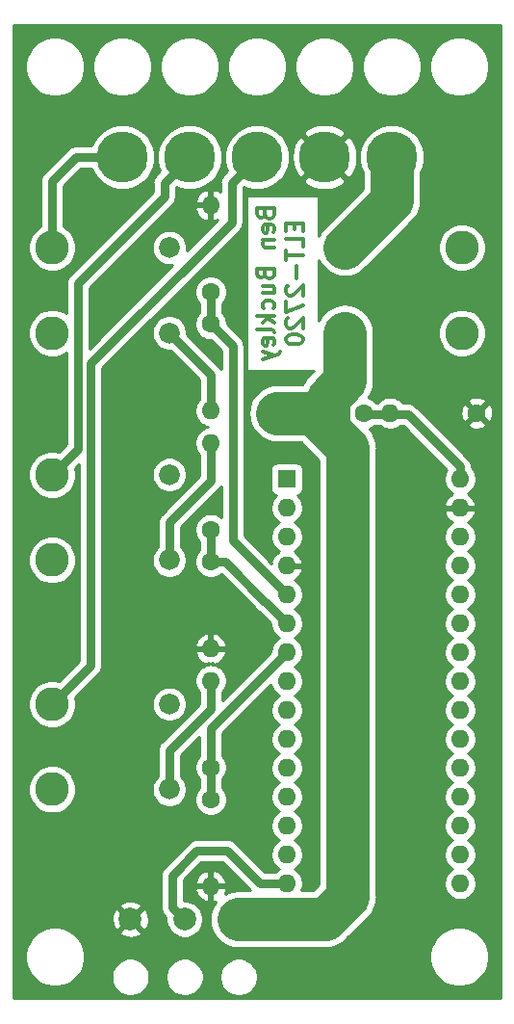
<source format=gbr>
G04 #@! TF.GenerationSoftware,KiCad,Pcbnew,5.1.5+dfsg1-2build2*
G04 #@! TF.CreationDate,2022-04-07T15:16:09-04:00*
G04 #@! TF.ProjectId,traffic-vest_controller,74726166-6669-4632-9d76-6573745f636f,rev?*
G04 #@! TF.SameCoordinates,Original*
G04 #@! TF.FileFunction,Copper,L2,Bot*
G04 #@! TF.FilePolarity,Positive*
%FSLAX46Y46*%
G04 Gerber Fmt 4.6, Leading zero omitted, Abs format (unit mm)*
G04 Created by KiCad (PCBNEW 5.1.5+dfsg1-2build2) date 2022-04-07 15:16:09*
%MOMM*%
%LPD*%
G04 APERTURE LIST*
%ADD10C,0.300000*%
%ADD11O,1.600000X1.600000*%
%ADD12C,1.600000*%
%ADD13C,4.500880*%
%ADD14C,2.970000*%
%ADD15C,1.830000*%
%ADD16R,1.600000X1.600000*%
%ADD17C,1.998980*%
%ADD18C,0.762000*%
%ADD19C,3.810000*%
%ADD20C,0.254000*%
G04 APERTURE END LIST*
D10*
X145226657Y-74941871D02*
X145298085Y-75156157D01*
X145369514Y-75227585D01*
X145512371Y-75299014D01*
X145726657Y-75299014D01*
X145869514Y-75227585D01*
X145940942Y-75156157D01*
X146012371Y-75013300D01*
X146012371Y-74441871D01*
X144512371Y-74441871D01*
X144512371Y-74941871D01*
X144583800Y-75084728D01*
X144655228Y-75156157D01*
X144798085Y-75227585D01*
X144940942Y-75227585D01*
X145083800Y-75156157D01*
X145155228Y-75084728D01*
X145226657Y-74941871D01*
X145226657Y-74441871D01*
X145940942Y-76513300D02*
X146012371Y-76370442D01*
X146012371Y-76084728D01*
X145940942Y-75941871D01*
X145798085Y-75870442D01*
X145226657Y-75870442D01*
X145083800Y-75941871D01*
X145012371Y-76084728D01*
X145012371Y-76370442D01*
X145083800Y-76513300D01*
X145226657Y-76584728D01*
X145369514Y-76584728D01*
X145512371Y-75870442D01*
X145012371Y-77227585D02*
X146012371Y-77227585D01*
X145155228Y-77227585D02*
X145083800Y-77299014D01*
X145012371Y-77441871D01*
X145012371Y-77656157D01*
X145083800Y-77799014D01*
X145226657Y-77870442D01*
X146012371Y-77870442D01*
X145226657Y-80227585D02*
X145298085Y-80441871D01*
X145369514Y-80513300D01*
X145512371Y-80584728D01*
X145726657Y-80584728D01*
X145869514Y-80513300D01*
X145940942Y-80441871D01*
X146012371Y-80299014D01*
X146012371Y-79727585D01*
X144512371Y-79727585D01*
X144512371Y-80227585D01*
X144583800Y-80370442D01*
X144655228Y-80441871D01*
X144798085Y-80513300D01*
X144940942Y-80513300D01*
X145083800Y-80441871D01*
X145155228Y-80370442D01*
X145226657Y-80227585D01*
X145226657Y-79727585D01*
X145012371Y-81870442D02*
X146012371Y-81870442D01*
X145012371Y-81227585D02*
X145798085Y-81227585D01*
X145940942Y-81299014D01*
X146012371Y-81441871D01*
X146012371Y-81656157D01*
X145940942Y-81799014D01*
X145869514Y-81870442D01*
X145940942Y-83227585D02*
X146012371Y-83084728D01*
X146012371Y-82799014D01*
X145940942Y-82656157D01*
X145869514Y-82584728D01*
X145726657Y-82513300D01*
X145298085Y-82513300D01*
X145155228Y-82584728D01*
X145083800Y-82656157D01*
X145012371Y-82799014D01*
X145012371Y-83084728D01*
X145083800Y-83227585D01*
X146012371Y-83870442D02*
X144512371Y-83870442D01*
X145440942Y-84013300D02*
X146012371Y-84441871D01*
X145012371Y-84441871D02*
X145583800Y-83870442D01*
X146012371Y-85299014D02*
X145940942Y-85156157D01*
X145798085Y-85084728D01*
X144512371Y-85084728D01*
X145940942Y-86441871D02*
X146012371Y-86299014D01*
X146012371Y-86013300D01*
X145940942Y-85870442D01*
X145798085Y-85799014D01*
X145226657Y-85799014D01*
X145083800Y-85870442D01*
X145012371Y-86013300D01*
X145012371Y-86299014D01*
X145083800Y-86441871D01*
X145226657Y-86513300D01*
X145369514Y-86513300D01*
X145512371Y-85799014D01*
X145012371Y-87013300D02*
X146012371Y-87370442D01*
X145012371Y-87727585D02*
X146012371Y-87370442D01*
X146369514Y-87227585D01*
X146440942Y-87156157D01*
X146512371Y-87013300D01*
X147776657Y-75727585D02*
X147776657Y-76227585D01*
X148562371Y-76441871D02*
X148562371Y-75727585D01*
X147062371Y-75727585D01*
X147062371Y-76441871D01*
X148562371Y-77799014D02*
X148562371Y-77084728D01*
X147062371Y-77084728D01*
X147062371Y-78084728D02*
X147062371Y-78941871D01*
X148562371Y-78513300D02*
X147062371Y-78513300D01*
X147990942Y-79441871D02*
X147990942Y-80584728D01*
X147205228Y-81227585D02*
X147133800Y-81299014D01*
X147062371Y-81441871D01*
X147062371Y-81799014D01*
X147133800Y-81941871D01*
X147205228Y-82013300D01*
X147348085Y-82084728D01*
X147490942Y-82084728D01*
X147705228Y-82013300D01*
X148562371Y-81156157D01*
X148562371Y-82084728D01*
X147062371Y-82584728D02*
X147062371Y-83584728D01*
X148562371Y-82941871D01*
X147205228Y-84084728D02*
X147133800Y-84156157D01*
X147062371Y-84299014D01*
X147062371Y-84656157D01*
X147133800Y-84799014D01*
X147205228Y-84870442D01*
X147348085Y-84941871D01*
X147490942Y-84941871D01*
X147705228Y-84870442D01*
X148562371Y-84013300D01*
X148562371Y-84941871D01*
X147062371Y-85870442D02*
X147062371Y-86013300D01*
X147133800Y-86156157D01*
X147205228Y-86227585D01*
X147348085Y-86299014D01*
X147633800Y-86370442D01*
X147990942Y-86370442D01*
X148276657Y-86299014D01*
X148419514Y-86227585D01*
X148490942Y-86156157D01*
X148562371Y-86013300D01*
X148562371Y-85870442D01*
X148490942Y-85727585D01*
X148419514Y-85656157D01*
X148276657Y-85584728D01*
X147990942Y-85513300D01*
X147633800Y-85513300D01*
X147348085Y-85584728D01*
X147205228Y-85656157D01*
X147133800Y-85727585D01*
X147062371Y-85870442D01*
D11*
X140436600Y-74142600D03*
D12*
X140436600Y-81762600D03*
D11*
X140436600Y-92209620D03*
D12*
X140436600Y-84589620D03*
D11*
X140436600Y-133997700D03*
D12*
X140436600Y-126377700D03*
D11*
X140436600Y-115930680D03*
D12*
X140436600Y-123550680D03*
D11*
X140436600Y-113103660D03*
D12*
X140436600Y-105483660D03*
D11*
X140436600Y-95036640D03*
D12*
X140436600Y-102656640D03*
D11*
X156235400Y-92405200D03*
D12*
X163855400Y-92405200D03*
D11*
X146304000Y-92430600D03*
D12*
X153924000Y-92430600D03*
D13*
X150452664Y-69913500D03*
X156379330Y-69913500D03*
X138599332Y-69913500D03*
X144525998Y-69913500D03*
X132672666Y-69913500D03*
D14*
X126498200Y-77872900D03*
X126498200Y-85372900D03*
D15*
X136798200Y-85372900D03*
X136798200Y-77872900D03*
D14*
X162528400Y-85372900D03*
X162528400Y-77872900D03*
D15*
X152228400Y-77872900D03*
X152228400Y-85372900D03*
D14*
X126498200Y-117992200D03*
X126498200Y-125492200D03*
D15*
X136798200Y-125492200D03*
X136798200Y-117992200D03*
D14*
X126498200Y-97835550D03*
X126498200Y-105335550D03*
D15*
X136798200Y-105335550D03*
X136798200Y-97835550D03*
D16*
X147129500Y-98209100D03*
D11*
X162369500Y-131229100D03*
X147129500Y-100749100D03*
X162369500Y-128689100D03*
X147129500Y-103289100D03*
X162369500Y-126149100D03*
X147129500Y-105829100D03*
X162369500Y-123609100D03*
X147129500Y-108369100D03*
X162369500Y-121069100D03*
X147129500Y-110909100D03*
X162369500Y-118529100D03*
X147129500Y-113449100D03*
X162369500Y-115989100D03*
X147129500Y-115989100D03*
X162369500Y-113449100D03*
X147129500Y-118529100D03*
X162369500Y-110909100D03*
X147129500Y-121069100D03*
X162369500Y-108369100D03*
X147129500Y-123609100D03*
X162369500Y-105829100D03*
X147129500Y-126149100D03*
X162369500Y-103289100D03*
X147129500Y-128689100D03*
X162369500Y-100749100D03*
X147129500Y-131229100D03*
X162369500Y-98209100D03*
X147129500Y-133769100D03*
X162369500Y-133769100D03*
D17*
X133375400Y-136906000D03*
X138137900Y-136906000D03*
X142900400Y-136906000D03*
D18*
X144792700Y-133769100D02*
X147129500Y-133769100D01*
X141922500Y-130898900D02*
X144792700Y-133769100D01*
X139217400Y-130898900D02*
X141922500Y-130898900D01*
X137083800Y-133032500D02*
X139217400Y-130898900D01*
X137083800Y-135851900D02*
X137083800Y-133032500D01*
X138137900Y-136906000D02*
X137083800Y-135851900D01*
X162369500Y-97129600D02*
X162369500Y-98209100D01*
X157772100Y-92532200D02*
X162369500Y-97129600D01*
X154025600Y-92532200D02*
X157772100Y-92532200D01*
X153924000Y-92430600D02*
X154025600Y-92532200D01*
X140436600Y-123550680D02*
X140436600Y-126377700D01*
X140436600Y-122419310D02*
X140436600Y-123550680D01*
X140436600Y-120700800D02*
X140436600Y-122419310D01*
X140462000Y-120675400D02*
X140436600Y-120700800D01*
X140462000Y-120116600D02*
X140462000Y-120675400D01*
X147129500Y-113449100D02*
X140462000Y-120116600D01*
X140436600Y-102656640D02*
X140436600Y-105483660D01*
X145249900Y-109029500D02*
X147129500Y-110909100D01*
X145211800Y-109029500D02*
X145249900Y-109029500D01*
X145211800Y-108991400D02*
X145211800Y-109029500D01*
X141704060Y-105483660D02*
X145211800Y-108991400D01*
X140436600Y-105483660D02*
X141704060Y-105483660D01*
X140436600Y-81762600D02*
X140436600Y-84589620D01*
X142367000Y-86520020D02*
X140436600Y-84589620D01*
X142367000Y-103606600D02*
X142367000Y-86520020D01*
X147129500Y-108369100D02*
X142367000Y-103606600D01*
X140436600Y-89011300D02*
X140436600Y-92209620D01*
X136798200Y-85372900D02*
X140436600Y-89011300D01*
X140436600Y-118389400D02*
X140436600Y-115930680D01*
X136798200Y-122027800D02*
X140436600Y-118389400D01*
X136798200Y-125492200D02*
X136798200Y-122027800D01*
X140436600Y-98397219D02*
X140436600Y-95036640D01*
X136798200Y-102035619D02*
X140436600Y-98397219D01*
X136798200Y-105335550D02*
X136798200Y-102035619D01*
D19*
X146304000Y-92430600D02*
X147435370Y-92430600D01*
X150750499Y-91057501D02*
X152228400Y-89579600D01*
X152228400Y-89579600D02*
X152228400Y-85372900D01*
X150750499Y-93752800D02*
X150750499Y-91057501D01*
X152514300Y-95516601D02*
X150750499Y-93752800D01*
X152514300Y-134899400D02*
X152514300Y-95516601D01*
X150507700Y-136906000D02*
X152514300Y-134899400D01*
X142900400Y-136906000D02*
X150507700Y-136906000D01*
X149428299Y-92430600D02*
X146304000Y-92430600D01*
X150750499Y-93752800D02*
X149428299Y-92430600D01*
X156379330Y-73721970D02*
X152228400Y-77872900D01*
X156379330Y-69913500D02*
X156379330Y-73721970D01*
D18*
X126498200Y-77872900D02*
X126498200Y-72028200D01*
X128612900Y-69913500D02*
X132672666Y-69913500D01*
X126498200Y-72028200D02*
X128612900Y-69913500D01*
X142275559Y-72163939D02*
X144525998Y-69913500D01*
X142275559Y-75643741D02*
X142275559Y-72163939D01*
X129888211Y-88031089D02*
X142275559Y-75643741D01*
X129888211Y-114602189D02*
X129888211Y-88031089D01*
X126498200Y-117992200D02*
X129888211Y-114602189D01*
X136348893Y-72163939D02*
X138599332Y-69913500D01*
X136348893Y-73404307D02*
X136348893Y-72163939D01*
X128739889Y-81013311D02*
X136348893Y-73404307D01*
X128739889Y-81296250D02*
X128739889Y-81013311D01*
X128745201Y-81301562D02*
X128739889Y-81296250D01*
X128745201Y-95588549D02*
X128745201Y-81301562D01*
X126498200Y-97835550D02*
X128745201Y-95588549D01*
D20*
G36*
X165939001Y-143841000D02*
G01*
X123113000Y-143841000D01*
X123113000Y-139948475D01*
X124111000Y-139948475D01*
X124111000Y-140467525D01*
X124212261Y-140976601D01*
X124410893Y-141456141D01*
X124699262Y-141887715D01*
X125066285Y-142254738D01*
X125497859Y-142543107D01*
X125977399Y-142741739D01*
X126486475Y-142843000D01*
X127005525Y-142843000D01*
X127514601Y-142741739D01*
X127994141Y-142543107D01*
X128425715Y-142254738D01*
X128792738Y-141887715D01*
X128837955Y-141820042D01*
X131690400Y-141820042D01*
X131690400Y-142151958D01*
X131755154Y-142477496D01*
X131882172Y-142784147D01*
X132066575Y-143060125D01*
X132301275Y-143294825D01*
X132577253Y-143479228D01*
X132883904Y-143606246D01*
X133209442Y-143671000D01*
X133541358Y-143671000D01*
X133866896Y-143606246D01*
X134173547Y-143479228D01*
X134449525Y-143294825D01*
X134684225Y-143060125D01*
X134868628Y-142784147D01*
X134995646Y-142477496D01*
X135060400Y-142151958D01*
X135060400Y-141820042D01*
X136452900Y-141820042D01*
X136452900Y-142151958D01*
X136517654Y-142477496D01*
X136644672Y-142784147D01*
X136829075Y-143060125D01*
X137063775Y-143294825D01*
X137339753Y-143479228D01*
X137646404Y-143606246D01*
X137971942Y-143671000D01*
X138303858Y-143671000D01*
X138629396Y-143606246D01*
X138936047Y-143479228D01*
X139212025Y-143294825D01*
X139446725Y-143060125D01*
X139631128Y-142784147D01*
X139758146Y-142477496D01*
X139822900Y-142151958D01*
X139822900Y-141820042D01*
X141215400Y-141820042D01*
X141215400Y-142151958D01*
X141280154Y-142477496D01*
X141407172Y-142784147D01*
X141591575Y-143060125D01*
X141826275Y-143294825D01*
X142102253Y-143479228D01*
X142408904Y-143606246D01*
X142734442Y-143671000D01*
X143066358Y-143671000D01*
X143391896Y-143606246D01*
X143698547Y-143479228D01*
X143974525Y-143294825D01*
X144209225Y-143060125D01*
X144393628Y-142784147D01*
X144520646Y-142477496D01*
X144585400Y-142151958D01*
X144585400Y-141820042D01*
X144520646Y-141494504D01*
X144393628Y-141187853D01*
X144209225Y-140911875D01*
X143974525Y-140677175D01*
X143698547Y-140492772D01*
X143391896Y-140365754D01*
X143066358Y-140301000D01*
X142734442Y-140301000D01*
X142408904Y-140365754D01*
X142102253Y-140492772D01*
X141826275Y-140677175D01*
X141591575Y-140911875D01*
X141407172Y-141187853D01*
X141280154Y-141494504D01*
X141215400Y-141820042D01*
X139822900Y-141820042D01*
X139758146Y-141494504D01*
X139631128Y-141187853D01*
X139446725Y-140911875D01*
X139212025Y-140677175D01*
X138936047Y-140492772D01*
X138629396Y-140365754D01*
X138303858Y-140301000D01*
X137971942Y-140301000D01*
X137646404Y-140365754D01*
X137339753Y-140492772D01*
X137063775Y-140677175D01*
X136829075Y-140911875D01*
X136644672Y-141187853D01*
X136517654Y-141494504D01*
X136452900Y-141820042D01*
X135060400Y-141820042D01*
X134995646Y-141494504D01*
X134868628Y-141187853D01*
X134684225Y-140911875D01*
X134449525Y-140677175D01*
X134173547Y-140492772D01*
X133866896Y-140365754D01*
X133541358Y-140301000D01*
X133209442Y-140301000D01*
X132883904Y-140365754D01*
X132577253Y-140492772D01*
X132301275Y-140677175D01*
X132066575Y-140911875D01*
X131882172Y-141187853D01*
X131755154Y-141494504D01*
X131690400Y-141820042D01*
X128837955Y-141820042D01*
X129081107Y-141456141D01*
X129279739Y-140976601D01*
X129381000Y-140467525D01*
X129381000Y-139948475D01*
X159671000Y-139948475D01*
X159671000Y-140467525D01*
X159772261Y-140976601D01*
X159970893Y-141456141D01*
X160259262Y-141887715D01*
X160626285Y-142254738D01*
X161057859Y-142543107D01*
X161537399Y-142741739D01*
X162046475Y-142843000D01*
X162565525Y-142843000D01*
X163074601Y-142741739D01*
X163554141Y-142543107D01*
X163985715Y-142254738D01*
X164352738Y-141887715D01*
X164641107Y-141456141D01*
X164839739Y-140976601D01*
X164941000Y-140467525D01*
X164941000Y-139948475D01*
X164839739Y-139439399D01*
X164641107Y-138959859D01*
X164352738Y-138528285D01*
X163985715Y-138161262D01*
X163554141Y-137872893D01*
X163074601Y-137674261D01*
X162565525Y-137573000D01*
X162046475Y-137573000D01*
X161537399Y-137674261D01*
X161057859Y-137872893D01*
X160626285Y-138161262D01*
X160259262Y-138528285D01*
X159970893Y-138959859D01*
X159772261Y-139439399D01*
X159671000Y-139948475D01*
X129381000Y-139948475D01*
X129279739Y-139439399D01*
X129081107Y-138959859D01*
X128792738Y-138528285D01*
X128425715Y-138161262D01*
X128245806Y-138041050D01*
X132419955Y-138041050D01*
X132515658Y-138305399D01*
X132805187Y-138446238D01*
X133116629Y-138527885D01*
X133438015Y-138547205D01*
X133756995Y-138503454D01*
X134061311Y-138398314D01*
X134235142Y-138305399D01*
X134330845Y-138041050D01*
X133375400Y-137085605D01*
X132419955Y-138041050D01*
X128245806Y-138041050D01*
X127994141Y-137872893D01*
X127514601Y-137674261D01*
X127005525Y-137573000D01*
X126486475Y-137573000D01*
X125977399Y-137674261D01*
X125497859Y-137872893D01*
X125066285Y-138161262D01*
X124699262Y-138528285D01*
X124410893Y-138959859D01*
X124212261Y-139439399D01*
X124111000Y-139948475D01*
X123113000Y-139948475D01*
X123113000Y-136968615D01*
X131734195Y-136968615D01*
X131777946Y-137287595D01*
X131883086Y-137591911D01*
X131976001Y-137765742D01*
X132240350Y-137861445D01*
X133195795Y-136906000D01*
X133555005Y-136906000D01*
X134510450Y-137861445D01*
X134774799Y-137765742D01*
X134915638Y-137476213D01*
X134997285Y-137164771D01*
X135016605Y-136843385D01*
X134972854Y-136524405D01*
X134867714Y-136220089D01*
X134774799Y-136046258D01*
X134510450Y-135950555D01*
X133555005Y-136906000D01*
X133195795Y-136906000D01*
X132240350Y-135950555D01*
X131976001Y-136046258D01*
X131835162Y-136335787D01*
X131753515Y-136647229D01*
X131734195Y-136968615D01*
X123113000Y-136968615D01*
X123113000Y-135770950D01*
X132419955Y-135770950D01*
X133375400Y-136726395D01*
X134330845Y-135770950D01*
X134235142Y-135506601D01*
X133945613Y-135365762D01*
X133634171Y-135284115D01*
X133312785Y-135264795D01*
X132993805Y-135308546D01*
X132689489Y-135413686D01*
X132515658Y-135506601D01*
X132419955Y-135770950D01*
X123113000Y-135770950D01*
X123113000Y-125283398D01*
X124378200Y-125283398D01*
X124378200Y-125701002D01*
X124459670Y-126110581D01*
X124619480Y-126496397D01*
X124851488Y-126843621D01*
X125146779Y-127138912D01*
X125494003Y-127370920D01*
X125879819Y-127530730D01*
X126289398Y-127612200D01*
X126707002Y-127612200D01*
X127116581Y-127530730D01*
X127502397Y-127370920D01*
X127849621Y-127138912D01*
X128144912Y-126843621D01*
X128376920Y-126496397D01*
X128536730Y-126110581D01*
X128618200Y-125701002D01*
X128618200Y-125283398D01*
X128536730Y-124873819D01*
X128376920Y-124488003D01*
X128144912Y-124140779D01*
X127849621Y-123845488D01*
X127502397Y-123613480D01*
X127116581Y-123453670D01*
X126707002Y-123372200D01*
X126289398Y-123372200D01*
X125879819Y-123453670D01*
X125494003Y-123613480D01*
X125146779Y-123845488D01*
X124851488Y-124140779D01*
X124619480Y-124488003D01*
X124459670Y-124873819D01*
X124378200Y-125283398D01*
X123113000Y-125283398D01*
X123113000Y-105126748D01*
X124378200Y-105126748D01*
X124378200Y-105544352D01*
X124459670Y-105953931D01*
X124619480Y-106339747D01*
X124851488Y-106686971D01*
X125146779Y-106982262D01*
X125494003Y-107214270D01*
X125879819Y-107374080D01*
X126289398Y-107455550D01*
X126707002Y-107455550D01*
X127116581Y-107374080D01*
X127502397Y-107214270D01*
X127849621Y-106982262D01*
X128144912Y-106686971D01*
X128376920Y-106339747D01*
X128536730Y-105953931D01*
X128618200Y-105544352D01*
X128618200Y-105126748D01*
X128536730Y-104717169D01*
X128376920Y-104331353D01*
X128144912Y-103984129D01*
X127849621Y-103688838D01*
X127502397Y-103456830D01*
X127116581Y-103297020D01*
X126707002Y-103215550D01*
X126289398Y-103215550D01*
X125879819Y-103297020D01*
X125494003Y-103456830D01*
X125146779Y-103688838D01*
X124851488Y-103984129D01*
X124619480Y-104331353D01*
X124459670Y-104717169D01*
X124378200Y-105126748D01*
X123113000Y-105126748D01*
X123113000Y-85164098D01*
X124378200Y-85164098D01*
X124378200Y-85581702D01*
X124459670Y-85991281D01*
X124619480Y-86377097D01*
X124851488Y-86724321D01*
X125146779Y-87019612D01*
X125494003Y-87251620D01*
X125879819Y-87411430D01*
X126289398Y-87492900D01*
X126707002Y-87492900D01*
X127116581Y-87411430D01*
X127502397Y-87251620D01*
X127729202Y-87100074D01*
X127729201Y-95167708D01*
X127102659Y-95794251D01*
X126707002Y-95715550D01*
X126289398Y-95715550D01*
X125879819Y-95797020D01*
X125494003Y-95956830D01*
X125146779Y-96188838D01*
X124851488Y-96484129D01*
X124619480Y-96831353D01*
X124459670Y-97217169D01*
X124378200Y-97626748D01*
X124378200Y-98044352D01*
X124459670Y-98453931D01*
X124619480Y-98839747D01*
X124851488Y-99186971D01*
X125146779Y-99482262D01*
X125494003Y-99714270D01*
X125879819Y-99874080D01*
X126289398Y-99955550D01*
X126707002Y-99955550D01*
X127116581Y-99874080D01*
X127502397Y-99714270D01*
X127849621Y-99482262D01*
X128144912Y-99186971D01*
X128376920Y-98839747D01*
X128536730Y-98453931D01*
X128618200Y-98044352D01*
X128618200Y-97626748D01*
X128539499Y-97231091D01*
X128872212Y-96898379D01*
X128872211Y-114181348D01*
X127102659Y-115950901D01*
X126707002Y-115872200D01*
X126289398Y-115872200D01*
X125879819Y-115953670D01*
X125494003Y-116113480D01*
X125146779Y-116345488D01*
X124851488Y-116640779D01*
X124619480Y-116988003D01*
X124459670Y-117373819D01*
X124378200Y-117783398D01*
X124378200Y-118201002D01*
X124459670Y-118610581D01*
X124619480Y-118996397D01*
X124851488Y-119343621D01*
X125146779Y-119638912D01*
X125494003Y-119870920D01*
X125879819Y-120030730D01*
X126289398Y-120112200D01*
X126707002Y-120112200D01*
X127116581Y-120030730D01*
X127502397Y-119870920D01*
X127849621Y-119638912D01*
X128144912Y-119343621D01*
X128376920Y-118996397D01*
X128536730Y-118610581D01*
X128618200Y-118201002D01*
X128618200Y-117839538D01*
X135248200Y-117839538D01*
X135248200Y-118144862D01*
X135307765Y-118444318D01*
X135424608Y-118726400D01*
X135594236Y-118980268D01*
X135810132Y-119196164D01*
X136064000Y-119365792D01*
X136346082Y-119482635D01*
X136645538Y-119542200D01*
X136950862Y-119542200D01*
X137250318Y-119482635D01*
X137532400Y-119365792D01*
X137786268Y-119196164D01*
X138002164Y-118980268D01*
X138171792Y-118726400D01*
X138288635Y-118444318D01*
X138348200Y-118144862D01*
X138348200Y-117839538D01*
X138288635Y-117540082D01*
X138171792Y-117258000D01*
X138002164Y-117004132D01*
X137786268Y-116788236D01*
X137532400Y-116618608D01*
X137250318Y-116501765D01*
X136950862Y-116442200D01*
X136645538Y-116442200D01*
X136346082Y-116501765D01*
X136064000Y-116618608D01*
X135810132Y-116788236D01*
X135594236Y-117004132D01*
X135424608Y-117258000D01*
X135307765Y-117540082D01*
X135248200Y-117839538D01*
X128618200Y-117839538D01*
X128618200Y-117783398D01*
X128539499Y-117387741D01*
X130571344Y-115355897D01*
X130610107Y-115324085D01*
X130737071Y-115169379D01*
X130831413Y-114992876D01*
X130889509Y-114801360D01*
X130904211Y-114652091D01*
X130904211Y-114652090D01*
X130909126Y-114602189D01*
X130904211Y-114552287D01*
X130904211Y-112754620D01*
X139044691Y-112754620D01*
X139165976Y-112976660D01*
X140309600Y-112976660D01*
X140309600Y-111833745D01*
X140563600Y-111833745D01*
X140563600Y-112976660D01*
X141707224Y-112976660D01*
X141828509Y-112754620D01*
X141733670Y-112489779D01*
X141588985Y-112248529D01*
X141400014Y-112040141D01*
X141174020Y-111872623D01*
X140919687Y-111752414D01*
X140785639Y-111711756D01*
X140563600Y-111833745D01*
X140309600Y-111833745D01*
X140087561Y-111711756D01*
X139953513Y-111752414D01*
X139699180Y-111872623D01*
X139473186Y-112040141D01*
X139284215Y-112248529D01*
X139139530Y-112489779D01*
X139044691Y-112754620D01*
X130904211Y-112754620D01*
X130904211Y-97682888D01*
X135248200Y-97682888D01*
X135248200Y-97988212D01*
X135307765Y-98287668D01*
X135424608Y-98569750D01*
X135594236Y-98823618D01*
X135810132Y-99039514D01*
X136064000Y-99209142D01*
X136346082Y-99325985D01*
X136645538Y-99385550D01*
X136950862Y-99385550D01*
X137250318Y-99325985D01*
X137532400Y-99209142D01*
X137786268Y-99039514D01*
X138002164Y-98823618D01*
X138171792Y-98569750D01*
X138288635Y-98287668D01*
X138348200Y-97988212D01*
X138348200Y-97682888D01*
X138288635Y-97383432D01*
X138171792Y-97101350D01*
X138002164Y-96847482D01*
X137786268Y-96631586D01*
X137532400Y-96461958D01*
X137250318Y-96345115D01*
X136950862Y-96285550D01*
X136645538Y-96285550D01*
X136346082Y-96345115D01*
X136064000Y-96461958D01*
X135810132Y-96631586D01*
X135594236Y-96847482D01*
X135424608Y-97101350D01*
X135307765Y-97383432D01*
X135248200Y-97682888D01*
X130904211Y-97682888D01*
X130904211Y-88451929D01*
X134135902Y-85220238D01*
X135248200Y-85220238D01*
X135248200Y-85525562D01*
X135307765Y-85825018D01*
X135424608Y-86107100D01*
X135594236Y-86360968D01*
X135810132Y-86576864D01*
X136064000Y-86746492D01*
X136346082Y-86863335D01*
X136645538Y-86922900D01*
X136911360Y-86922900D01*
X139420600Y-89432141D01*
X139420601Y-91196223D01*
X139321963Y-91294861D01*
X139164920Y-91529893D01*
X139056747Y-91791046D01*
X139001600Y-92068285D01*
X139001600Y-92350955D01*
X139056747Y-92628194D01*
X139164920Y-92889347D01*
X139321963Y-93124379D01*
X139521841Y-93324257D01*
X139756873Y-93481300D01*
X140018026Y-93589473D01*
X140187229Y-93623130D01*
X140018026Y-93656787D01*
X139756873Y-93764960D01*
X139521841Y-93922003D01*
X139321963Y-94121881D01*
X139164920Y-94356913D01*
X139056747Y-94618066D01*
X139001600Y-94895305D01*
X139001600Y-95177975D01*
X139056747Y-95455214D01*
X139164920Y-95716367D01*
X139321963Y-95951399D01*
X139420601Y-96050037D01*
X139420600Y-97976378D01*
X136115068Y-101281911D01*
X136076305Y-101313723D01*
X135949341Y-101468429D01*
X135859920Y-101635725D01*
X135854999Y-101644932D01*
X135796902Y-101836449D01*
X135777285Y-102035619D01*
X135782201Y-102085530D01*
X135782200Y-104159518D01*
X135594236Y-104347482D01*
X135424608Y-104601350D01*
X135307765Y-104883432D01*
X135248200Y-105182888D01*
X135248200Y-105488212D01*
X135307765Y-105787668D01*
X135424608Y-106069750D01*
X135594236Y-106323618D01*
X135810132Y-106539514D01*
X136064000Y-106709142D01*
X136346082Y-106825985D01*
X136645538Y-106885550D01*
X136950862Y-106885550D01*
X137250318Y-106825985D01*
X137532400Y-106709142D01*
X137786268Y-106539514D01*
X138002164Y-106323618D01*
X138171792Y-106069750D01*
X138288635Y-105787668D01*
X138348200Y-105488212D01*
X138348200Y-105182888D01*
X138288635Y-104883432D01*
X138171792Y-104601350D01*
X138002164Y-104347482D01*
X137814200Y-104159518D01*
X137814200Y-102456459D01*
X141119733Y-99150927D01*
X141158496Y-99119115D01*
X141285460Y-98964409D01*
X141351000Y-98841791D01*
X141351000Y-101541763D01*
X141116327Y-101384960D01*
X140855174Y-101276787D01*
X140577935Y-101221640D01*
X140295265Y-101221640D01*
X140018026Y-101276787D01*
X139756873Y-101384960D01*
X139521841Y-101542003D01*
X139321963Y-101741881D01*
X139164920Y-101976913D01*
X139056747Y-102238066D01*
X139001600Y-102515305D01*
X139001600Y-102797975D01*
X139056747Y-103075214D01*
X139164920Y-103336367D01*
X139321963Y-103571399D01*
X139420600Y-103670036D01*
X139420601Y-104470263D01*
X139321963Y-104568901D01*
X139164920Y-104803933D01*
X139056747Y-105065086D01*
X139001600Y-105342325D01*
X139001600Y-105624995D01*
X139056747Y-105902234D01*
X139164920Y-106163387D01*
X139321963Y-106398419D01*
X139521841Y-106598297D01*
X139756873Y-106755340D01*
X140018026Y-106863513D01*
X140295265Y-106918660D01*
X140577935Y-106918660D01*
X140855174Y-106863513D01*
X141116327Y-106755340D01*
X141351359Y-106598297D01*
X141366608Y-106583048D01*
X144343065Y-109559506D01*
X144362940Y-109596690D01*
X144489904Y-109751396D01*
X144644610Y-109878360D01*
X144681796Y-109898236D01*
X145694500Y-110910941D01*
X145694500Y-111050435D01*
X145749647Y-111327674D01*
X145857820Y-111588827D01*
X146014863Y-111823859D01*
X146214741Y-112023737D01*
X146447259Y-112179100D01*
X146214741Y-112334463D01*
X146014863Y-112534341D01*
X145857820Y-112769373D01*
X145749647Y-113030526D01*
X145694500Y-113307765D01*
X145694500Y-113447259D01*
X141452600Y-117689160D01*
X141452600Y-116944076D01*
X141551237Y-116845439D01*
X141708280Y-116610407D01*
X141816453Y-116349254D01*
X141871600Y-116072015D01*
X141871600Y-115789345D01*
X141816453Y-115512106D01*
X141708280Y-115250953D01*
X141551237Y-115015921D01*
X141351359Y-114816043D01*
X141116327Y-114659000D01*
X140855174Y-114550827D01*
X140577935Y-114495680D01*
X140563602Y-114495680D01*
X140563602Y-114373576D01*
X140785639Y-114495564D01*
X140919687Y-114454906D01*
X141174020Y-114334697D01*
X141400014Y-114167179D01*
X141588985Y-113958791D01*
X141733670Y-113717541D01*
X141828509Y-113452700D01*
X141707224Y-113230660D01*
X140563600Y-113230660D01*
X140563600Y-113250660D01*
X140309600Y-113250660D01*
X140309600Y-113230660D01*
X139165976Y-113230660D01*
X139044691Y-113452700D01*
X139139530Y-113717541D01*
X139284215Y-113958791D01*
X139473186Y-114167179D01*
X139699180Y-114334697D01*
X139953513Y-114454906D01*
X140087561Y-114495564D01*
X140309598Y-114373576D01*
X140309598Y-114495680D01*
X140295265Y-114495680D01*
X140018026Y-114550827D01*
X139756873Y-114659000D01*
X139521841Y-114816043D01*
X139321963Y-115015921D01*
X139164920Y-115250953D01*
X139056747Y-115512106D01*
X139001600Y-115789345D01*
X139001600Y-116072015D01*
X139056747Y-116349254D01*
X139164920Y-116610407D01*
X139321963Y-116845439D01*
X139420601Y-116944077D01*
X139420600Y-117968559D01*
X136115068Y-121274092D01*
X136076305Y-121305904D01*
X135949341Y-121460610D01*
X135915320Y-121524260D01*
X135854999Y-121637113D01*
X135796902Y-121828630D01*
X135777285Y-122027800D01*
X135782201Y-122077712D01*
X135782200Y-124316168D01*
X135594236Y-124504132D01*
X135424608Y-124758000D01*
X135307765Y-125040082D01*
X135248200Y-125339538D01*
X135248200Y-125644862D01*
X135307765Y-125944318D01*
X135424608Y-126226400D01*
X135594236Y-126480268D01*
X135810132Y-126696164D01*
X136064000Y-126865792D01*
X136346082Y-126982635D01*
X136645538Y-127042200D01*
X136950862Y-127042200D01*
X137250318Y-126982635D01*
X137532400Y-126865792D01*
X137786268Y-126696164D01*
X138002164Y-126480268D01*
X138171792Y-126226400D01*
X138288635Y-125944318D01*
X138348200Y-125644862D01*
X138348200Y-125339538D01*
X138288635Y-125040082D01*
X138171792Y-124758000D01*
X138002164Y-124504132D01*
X137814200Y-124316168D01*
X137814200Y-122448640D01*
X139420600Y-120842240D01*
X139420601Y-122369399D01*
X139420600Y-122369409D01*
X139420600Y-122537284D01*
X139321963Y-122635921D01*
X139164920Y-122870953D01*
X139056747Y-123132106D01*
X139001600Y-123409345D01*
X139001600Y-123692015D01*
X139056747Y-123969254D01*
X139164920Y-124230407D01*
X139321963Y-124465439D01*
X139420600Y-124564076D01*
X139420601Y-125364303D01*
X139321963Y-125462941D01*
X139164920Y-125697973D01*
X139056747Y-125959126D01*
X139001600Y-126236365D01*
X139001600Y-126519035D01*
X139056747Y-126796274D01*
X139164920Y-127057427D01*
X139321963Y-127292459D01*
X139521841Y-127492337D01*
X139756873Y-127649380D01*
X140018026Y-127757553D01*
X140295265Y-127812700D01*
X140577935Y-127812700D01*
X140855174Y-127757553D01*
X141116327Y-127649380D01*
X141351359Y-127492337D01*
X141551237Y-127292459D01*
X141708280Y-127057427D01*
X141816453Y-126796274D01*
X141871600Y-126519035D01*
X141871600Y-126236365D01*
X141816453Y-125959126D01*
X141708280Y-125697973D01*
X141551237Y-125462941D01*
X141452600Y-125364304D01*
X141452600Y-124564076D01*
X141551237Y-124465439D01*
X141708280Y-124230407D01*
X141816453Y-123969254D01*
X141871600Y-123692015D01*
X141871600Y-123409345D01*
X141816453Y-123132106D01*
X141708280Y-122870953D01*
X141551237Y-122635921D01*
X141452600Y-122537284D01*
X141452600Y-120909837D01*
X141463298Y-120874570D01*
X141478000Y-120725301D01*
X141482915Y-120675401D01*
X141478000Y-120625499D01*
X141478000Y-120537440D01*
X145726107Y-116289333D01*
X145749647Y-116407674D01*
X145857820Y-116668827D01*
X146014863Y-116903859D01*
X146214741Y-117103737D01*
X146447259Y-117259100D01*
X146214741Y-117414463D01*
X146014863Y-117614341D01*
X145857820Y-117849373D01*
X145749647Y-118110526D01*
X145694500Y-118387765D01*
X145694500Y-118670435D01*
X145749647Y-118947674D01*
X145857820Y-119208827D01*
X146014863Y-119443859D01*
X146214741Y-119643737D01*
X146447259Y-119799100D01*
X146214741Y-119954463D01*
X146014863Y-120154341D01*
X145857820Y-120389373D01*
X145749647Y-120650526D01*
X145694500Y-120927765D01*
X145694500Y-121210435D01*
X145749647Y-121487674D01*
X145857820Y-121748827D01*
X146014863Y-121983859D01*
X146214741Y-122183737D01*
X146447259Y-122339100D01*
X146214741Y-122494463D01*
X146014863Y-122694341D01*
X145857820Y-122929373D01*
X145749647Y-123190526D01*
X145694500Y-123467765D01*
X145694500Y-123750435D01*
X145749647Y-124027674D01*
X145857820Y-124288827D01*
X146014863Y-124523859D01*
X146214741Y-124723737D01*
X146447259Y-124879100D01*
X146214741Y-125034463D01*
X146014863Y-125234341D01*
X145857820Y-125469373D01*
X145749647Y-125730526D01*
X145694500Y-126007765D01*
X145694500Y-126290435D01*
X145749647Y-126567674D01*
X145857820Y-126828827D01*
X146014863Y-127063859D01*
X146214741Y-127263737D01*
X146447259Y-127419100D01*
X146214741Y-127574463D01*
X146014863Y-127774341D01*
X145857820Y-128009373D01*
X145749647Y-128270526D01*
X145694500Y-128547765D01*
X145694500Y-128830435D01*
X145749647Y-129107674D01*
X145857820Y-129368827D01*
X146014863Y-129603859D01*
X146214741Y-129803737D01*
X146447259Y-129959100D01*
X146214741Y-130114463D01*
X146014863Y-130314341D01*
X145857820Y-130549373D01*
X145749647Y-130810526D01*
X145694500Y-131087765D01*
X145694500Y-131370435D01*
X145749647Y-131647674D01*
X145857820Y-131908827D01*
X146014863Y-132143859D01*
X146214741Y-132343737D01*
X146447259Y-132499100D01*
X146214741Y-132654463D01*
X146116104Y-132753100D01*
X145213541Y-132753100D01*
X142676212Y-130215772D01*
X142644396Y-130177004D01*
X142489690Y-130050040D01*
X142313187Y-129955698D01*
X142121671Y-129897602D01*
X141972402Y-129882900D01*
X141922500Y-129877985D01*
X141872598Y-129882900D01*
X139267301Y-129882900D01*
X139217399Y-129877985D01*
X139018229Y-129897602D01*
X138826713Y-129955698D01*
X138650210Y-130050040D01*
X138495504Y-130177004D01*
X138463692Y-130215767D01*
X136400668Y-132278792D01*
X136361905Y-132310604D01*
X136234941Y-132465310D01*
X136217778Y-132497420D01*
X136140599Y-132641813D01*
X136082502Y-132833330D01*
X136062885Y-133032500D01*
X136067801Y-133082411D01*
X136067800Y-135801998D01*
X136062885Y-135851900D01*
X136067800Y-135901801D01*
X136082502Y-136051070D01*
X136140598Y-136242586D01*
X136234940Y-136419090D01*
X136361904Y-136573796D01*
X136400672Y-136605612D01*
X136509493Y-136714434D01*
X136503410Y-136745017D01*
X136503410Y-137066983D01*
X136566222Y-137382763D01*
X136689433Y-137680222D01*
X136868308Y-137947927D01*
X137095973Y-138175592D01*
X137363678Y-138354467D01*
X137661137Y-138477678D01*
X137976917Y-138540490D01*
X138298883Y-138540490D01*
X138614663Y-138477678D01*
X138912122Y-138354467D01*
X139179827Y-138175592D01*
X139407492Y-137947927D01*
X139586367Y-137680222D01*
X139709578Y-137382763D01*
X139772390Y-137066983D01*
X139772390Y-136745017D01*
X139709578Y-136429237D01*
X139586367Y-136131778D01*
X139407492Y-135864073D01*
X139179827Y-135636408D01*
X138912122Y-135457533D01*
X138614663Y-135334322D01*
X138298883Y-135271510D01*
X138099800Y-135271510D01*
X138099800Y-134346740D01*
X139044691Y-134346740D01*
X139139530Y-134611581D01*
X139284215Y-134852831D01*
X139473186Y-135061219D01*
X139699180Y-135228737D01*
X139953513Y-135348946D01*
X140087561Y-135389604D01*
X140309600Y-135267615D01*
X140309600Y-134124700D01*
X139165976Y-134124700D01*
X139044691Y-134346740D01*
X138099800Y-134346740D01*
X138099800Y-133648660D01*
X139044691Y-133648660D01*
X139165976Y-133870700D01*
X140309600Y-133870700D01*
X140309600Y-132727785D01*
X140563600Y-132727785D01*
X140563600Y-133870700D01*
X141707224Y-133870700D01*
X141828509Y-133648660D01*
X141733670Y-133383819D01*
X141588985Y-133142569D01*
X141400014Y-132934181D01*
X141174020Y-132766663D01*
X140919687Y-132646454D01*
X140785639Y-132605796D01*
X140563600Y-132727785D01*
X140309600Y-132727785D01*
X140087561Y-132605796D01*
X139953513Y-132646454D01*
X139699180Y-132766663D01*
X139473186Y-132934181D01*
X139284215Y-133142569D01*
X139139530Y-133383819D01*
X139044691Y-133648660D01*
X138099800Y-133648660D01*
X138099800Y-133453340D01*
X139638241Y-131914900D01*
X141501660Y-131914900D01*
X143952759Y-134366000D01*
X142775629Y-134366000D01*
X142402473Y-134402753D01*
X141923681Y-134547992D01*
X141700151Y-134667472D01*
X141733670Y-134611581D01*
X141828509Y-134346740D01*
X141707224Y-134124700D01*
X140563600Y-134124700D01*
X140563600Y-135267615D01*
X140785639Y-135389604D01*
X140883340Y-135359970D01*
X140778249Y-135488024D01*
X140542392Y-135929281D01*
X140397153Y-136408073D01*
X140348111Y-136906000D01*
X140397153Y-137403927D01*
X140542392Y-137882719D01*
X140778249Y-138323976D01*
X141095659Y-138710741D01*
X141482424Y-139028151D01*
X141923681Y-139264008D01*
X142402473Y-139409247D01*
X142775629Y-139446000D01*
X150382929Y-139446000D01*
X150507700Y-139458289D01*
X150632471Y-139446000D01*
X151005627Y-139409247D01*
X151484419Y-139264008D01*
X151925676Y-139028151D01*
X152312441Y-138710741D01*
X152391986Y-138613815D01*
X154222120Y-136783682D01*
X154319041Y-136704141D01*
X154636451Y-136317376D01*
X154872308Y-135876119D01*
X155017547Y-135397327D01*
X155054300Y-135024171D01*
X155054300Y-135024170D01*
X155066589Y-134899400D01*
X155054300Y-134774629D01*
X155054300Y-103147765D01*
X160934500Y-103147765D01*
X160934500Y-103430435D01*
X160989647Y-103707674D01*
X161097820Y-103968827D01*
X161254863Y-104203859D01*
X161454741Y-104403737D01*
X161687259Y-104559100D01*
X161454741Y-104714463D01*
X161254863Y-104914341D01*
X161097820Y-105149373D01*
X160989647Y-105410526D01*
X160934500Y-105687765D01*
X160934500Y-105970435D01*
X160989647Y-106247674D01*
X161097820Y-106508827D01*
X161254863Y-106743859D01*
X161454741Y-106943737D01*
X161687259Y-107099100D01*
X161454741Y-107254463D01*
X161254863Y-107454341D01*
X161097820Y-107689373D01*
X160989647Y-107950526D01*
X160934500Y-108227765D01*
X160934500Y-108510435D01*
X160989647Y-108787674D01*
X161097820Y-109048827D01*
X161254863Y-109283859D01*
X161454741Y-109483737D01*
X161687259Y-109639100D01*
X161454741Y-109794463D01*
X161254863Y-109994341D01*
X161097820Y-110229373D01*
X160989647Y-110490526D01*
X160934500Y-110767765D01*
X160934500Y-111050435D01*
X160989647Y-111327674D01*
X161097820Y-111588827D01*
X161254863Y-111823859D01*
X161454741Y-112023737D01*
X161687259Y-112179100D01*
X161454741Y-112334463D01*
X161254863Y-112534341D01*
X161097820Y-112769373D01*
X160989647Y-113030526D01*
X160934500Y-113307765D01*
X160934500Y-113590435D01*
X160989647Y-113867674D01*
X161097820Y-114128827D01*
X161254863Y-114363859D01*
X161454741Y-114563737D01*
X161687259Y-114719100D01*
X161454741Y-114874463D01*
X161254863Y-115074341D01*
X161097820Y-115309373D01*
X160989647Y-115570526D01*
X160934500Y-115847765D01*
X160934500Y-116130435D01*
X160989647Y-116407674D01*
X161097820Y-116668827D01*
X161254863Y-116903859D01*
X161454741Y-117103737D01*
X161687259Y-117259100D01*
X161454741Y-117414463D01*
X161254863Y-117614341D01*
X161097820Y-117849373D01*
X160989647Y-118110526D01*
X160934500Y-118387765D01*
X160934500Y-118670435D01*
X160989647Y-118947674D01*
X161097820Y-119208827D01*
X161254863Y-119443859D01*
X161454741Y-119643737D01*
X161687259Y-119799100D01*
X161454741Y-119954463D01*
X161254863Y-120154341D01*
X161097820Y-120389373D01*
X160989647Y-120650526D01*
X160934500Y-120927765D01*
X160934500Y-121210435D01*
X160989647Y-121487674D01*
X161097820Y-121748827D01*
X161254863Y-121983859D01*
X161454741Y-122183737D01*
X161687259Y-122339100D01*
X161454741Y-122494463D01*
X161254863Y-122694341D01*
X161097820Y-122929373D01*
X160989647Y-123190526D01*
X160934500Y-123467765D01*
X160934500Y-123750435D01*
X160989647Y-124027674D01*
X161097820Y-124288827D01*
X161254863Y-124523859D01*
X161454741Y-124723737D01*
X161687259Y-124879100D01*
X161454741Y-125034463D01*
X161254863Y-125234341D01*
X161097820Y-125469373D01*
X160989647Y-125730526D01*
X160934500Y-126007765D01*
X160934500Y-126290435D01*
X160989647Y-126567674D01*
X161097820Y-126828827D01*
X161254863Y-127063859D01*
X161454741Y-127263737D01*
X161687259Y-127419100D01*
X161454741Y-127574463D01*
X161254863Y-127774341D01*
X161097820Y-128009373D01*
X160989647Y-128270526D01*
X160934500Y-128547765D01*
X160934500Y-128830435D01*
X160989647Y-129107674D01*
X161097820Y-129368827D01*
X161254863Y-129603859D01*
X161454741Y-129803737D01*
X161687259Y-129959100D01*
X161454741Y-130114463D01*
X161254863Y-130314341D01*
X161097820Y-130549373D01*
X160989647Y-130810526D01*
X160934500Y-131087765D01*
X160934500Y-131370435D01*
X160989647Y-131647674D01*
X161097820Y-131908827D01*
X161254863Y-132143859D01*
X161454741Y-132343737D01*
X161687259Y-132499100D01*
X161454741Y-132654463D01*
X161254863Y-132854341D01*
X161097820Y-133089373D01*
X160989647Y-133350526D01*
X160934500Y-133627765D01*
X160934500Y-133910435D01*
X160989647Y-134187674D01*
X161097820Y-134448827D01*
X161254863Y-134683859D01*
X161454741Y-134883737D01*
X161689773Y-135040780D01*
X161950926Y-135148953D01*
X162228165Y-135204100D01*
X162510835Y-135204100D01*
X162788074Y-135148953D01*
X163049227Y-135040780D01*
X163284259Y-134883737D01*
X163484137Y-134683859D01*
X163641180Y-134448827D01*
X163749353Y-134187674D01*
X163804500Y-133910435D01*
X163804500Y-133627765D01*
X163749353Y-133350526D01*
X163641180Y-133089373D01*
X163484137Y-132854341D01*
X163284259Y-132654463D01*
X163051741Y-132499100D01*
X163284259Y-132343737D01*
X163484137Y-132143859D01*
X163641180Y-131908827D01*
X163749353Y-131647674D01*
X163804500Y-131370435D01*
X163804500Y-131087765D01*
X163749353Y-130810526D01*
X163641180Y-130549373D01*
X163484137Y-130314341D01*
X163284259Y-130114463D01*
X163051741Y-129959100D01*
X163284259Y-129803737D01*
X163484137Y-129603859D01*
X163641180Y-129368827D01*
X163749353Y-129107674D01*
X163804500Y-128830435D01*
X163804500Y-128547765D01*
X163749353Y-128270526D01*
X163641180Y-128009373D01*
X163484137Y-127774341D01*
X163284259Y-127574463D01*
X163051741Y-127419100D01*
X163284259Y-127263737D01*
X163484137Y-127063859D01*
X163641180Y-126828827D01*
X163749353Y-126567674D01*
X163804500Y-126290435D01*
X163804500Y-126007765D01*
X163749353Y-125730526D01*
X163641180Y-125469373D01*
X163484137Y-125234341D01*
X163284259Y-125034463D01*
X163051741Y-124879100D01*
X163284259Y-124723737D01*
X163484137Y-124523859D01*
X163641180Y-124288827D01*
X163749353Y-124027674D01*
X163804500Y-123750435D01*
X163804500Y-123467765D01*
X163749353Y-123190526D01*
X163641180Y-122929373D01*
X163484137Y-122694341D01*
X163284259Y-122494463D01*
X163051741Y-122339100D01*
X163284259Y-122183737D01*
X163484137Y-121983859D01*
X163641180Y-121748827D01*
X163749353Y-121487674D01*
X163804500Y-121210435D01*
X163804500Y-120927765D01*
X163749353Y-120650526D01*
X163641180Y-120389373D01*
X163484137Y-120154341D01*
X163284259Y-119954463D01*
X163051741Y-119799100D01*
X163284259Y-119643737D01*
X163484137Y-119443859D01*
X163641180Y-119208827D01*
X163749353Y-118947674D01*
X163804500Y-118670435D01*
X163804500Y-118387765D01*
X163749353Y-118110526D01*
X163641180Y-117849373D01*
X163484137Y-117614341D01*
X163284259Y-117414463D01*
X163051741Y-117259100D01*
X163284259Y-117103737D01*
X163484137Y-116903859D01*
X163641180Y-116668827D01*
X163749353Y-116407674D01*
X163804500Y-116130435D01*
X163804500Y-115847765D01*
X163749353Y-115570526D01*
X163641180Y-115309373D01*
X163484137Y-115074341D01*
X163284259Y-114874463D01*
X163051741Y-114719100D01*
X163284259Y-114563737D01*
X163484137Y-114363859D01*
X163641180Y-114128827D01*
X163749353Y-113867674D01*
X163804500Y-113590435D01*
X163804500Y-113307765D01*
X163749353Y-113030526D01*
X163641180Y-112769373D01*
X163484137Y-112534341D01*
X163284259Y-112334463D01*
X163051741Y-112179100D01*
X163284259Y-112023737D01*
X163484137Y-111823859D01*
X163641180Y-111588827D01*
X163749353Y-111327674D01*
X163804500Y-111050435D01*
X163804500Y-110767765D01*
X163749353Y-110490526D01*
X163641180Y-110229373D01*
X163484137Y-109994341D01*
X163284259Y-109794463D01*
X163051741Y-109639100D01*
X163284259Y-109483737D01*
X163484137Y-109283859D01*
X163641180Y-109048827D01*
X163749353Y-108787674D01*
X163804500Y-108510435D01*
X163804500Y-108227765D01*
X163749353Y-107950526D01*
X163641180Y-107689373D01*
X163484137Y-107454341D01*
X163284259Y-107254463D01*
X163051741Y-107099100D01*
X163284259Y-106943737D01*
X163484137Y-106743859D01*
X163641180Y-106508827D01*
X163749353Y-106247674D01*
X163804500Y-105970435D01*
X163804500Y-105687765D01*
X163749353Y-105410526D01*
X163641180Y-105149373D01*
X163484137Y-104914341D01*
X163284259Y-104714463D01*
X163051741Y-104559100D01*
X163284259Y-104403737D01*
X163484137Y-104203859D01*
X163641180Y-103968827D01*
X163749353Y-103707674D01*
X163804500Y-103430435D01*
X163804500Y-103147765D01*
X163749353Y-102870526D01*
X163641180Y-102609373D01*
X163484137Y-102374341D01*
X163284259Y-102174463D01*
X163049227Y-102017420D01*
X163038635Y-102013033D01*
X163224631Y-101901485D01*
X163433019Y-101712514D01*
X163600537Y-101486520D01*
X163720746Y-101232187D01*
X163761404Y-101098139D01*
X163639415Y-100876100D01*
X162496500Y-100876100D01*
X162496500Y-100896100D01*
X162242500Y-100896100D01*
X162242500Y-100876100D01*
X161099585Y-100876100D01*
X160977596Y-101098139D01*
X161018254Y-101232187D01*
X161138463Y-101486520D01*
X161305981Y-101712514D01*
X161514369Y-101901485D01*
X161700365Y-102013033D01*
X161689773Y-102017420D01*
X161454741Y-102174463D01*
X161254863Y-102374341D01*
X161097820Y-102609373D01*
X160989647Y-102870526D01*
X160934500Y-103147765D01*
X155054300Y-103147765D01*
X155054300Y-95641364D01*
X155066588Y-95516600D01*
X155054300Y-95391836D01*
X155054300Y-95391830D01*
X155017547Y-95018674D01*
X155007860Y-94986738D01*
X154947758Y-94788608D01*
X154872308Y-94539882D01*
X154636451Y-94098625D01*
X154385397Y-93792715D01*
X154603727Y-93702280D01*
X154834325Y-93548200D01*
X155363089Y-93548200D01*
X155555673Y-93676880D01*
X155816826Y-93785053D01*
X156094065Y-93840200D01*
X156376735Y-93840200D01*
X156653974Y-93785053D01*
X156915127Y-93676880D01*
X157107711Y-93548200D01*
X157351260Y-93548200D01*
X161191792Y-97388733D01*
X161097820Y-97529373D01*
X160989647Y-97790526D01*
X160934500Y-98067765D01*
X160934500Y-98350435D01*
X160989647Y-98627674D01*
X161097820Y-98888827D01*
X161254863Y-99123859D01*
X161454741Y-99323737D01*
X161689773Y-99480780D01*
X161700365Y-99485167D01*
X161514369Y-99596715D01*
X161305981Y-99785686D01*
X161138463Y-100011680D01*
X161018254Y-100266013D01*
X160977596Y-100400061D01*
X161099585Y-100622100D01*
X162242500Y-100622100D01*
X162242500Y-100602100D01*
X162496500Y-100602100D01*
X162496500Y-100622100D01*
X163639415Y-100622100D01*
X163761404Y-100400061D01*
X163720746Y-100266013D01*
X163600537Y-100011680D01*
X163433019Y-99785686D01*
X163224631Y-99596715D01*
X163038635Y-99485167D01*
X163049227Y-99480780D01*
X163284259Y-99323737D01*
X163484137Y-99123859D01*
X163641180Y-98888827D01*
X163749353Y-98627674D01*
X163804500Y-98350435D01*
X163804500Y-98067765D01*
X163749353Y-97790526D01*
X163641180Y-97529373D01*
X163484137Y-97294341D01*
X163385500Y-97195704D01*
X163385500Y-97179493D01*
X163390414Y-97129599D01*
X163385500Y-97079705D01*
X163385500Y-97079698D01*
X163371487Y-96937420D01*
X163370798Y-96930428D01*
X163340743Y-96831353D01*
X163312702Y-96738913D01*
X163218360Y-96562410D01*
X163091396Y-96407704D01*
X163052633Y-96375892D01*
X160074643Y-93397902D01*
X163042303Y-93397902D01*
X163113886Y-93641871D01*
X163369396Y-93762771D01*
X163643584Y-93831500D01*
X163925912Y-93845417D01*
X164205530Y-93803987D01*
X164471692Y-93708803D01*
X164596914Y-93641871D01*
X164668497Y-93397902D01*
X163855400Y-92584805D01*
X163042303Y-93397902D01*
X160074643Y-93397902D01*
X159152453Y-92475712D01*
X162415183Y-92475712D01*
X162456613Y-92755330D01*
X162551797Y-93021492D01*
X162618729Y-93146714D01*
X162862698Y-93218297D01*
X163675795Y-92405200D01*
X164035005Y-92405200D01*
X164848102Y-93218297D01*
X165092071Y-93146714D01*
X165212971Y-92891204D01*
X165281700Y-92617016D01*
X165295617Y-92334688D01*
X165254187Y-92055070D01*
X165159003Y-91788908D01*
X165092071Y-91663686D01*
X164848102Y-91592103D01*
X164035005Y-92405200D01*
X163675795Y-92405200D01*
X162862698Y-91592103D01*
X162618729Y-91663686D01*
X162497829Y-91919196D01*
X162429100Y-92193384D01*
X162415183Y-92475712D01*
X159152453Y-92475712D01*
X158525812Y-91849072D01*
X158493996Y-91810304D01*
X158339290Y-91683340D01*
X158162787Y-91588998D01*
X157971271Y-91530902D01*
X157822002Y-91516200D01*
X157772100Y-91511285D01*
X157722198Y-91516200D01*
X157367249Y-91516200D01*
X157350037Y-91490441D01*
X157272094Y-91412498D01*
X163042303Y-91412498D01*
X163855400Y-92225595D01*
X164668497Y-91412498D01*
X164596914Y-91168529D01*
X164341404Y-91047629D01*
X164067216Y-90978900D01*
X163784888Y-90964983D01*
X163505270Y-91006413D01*
X163239108Y-91101597D01*
X163113886Y-91168529D01*
X163042303Y-91412498D01*
X157272094Y-91412498D01*
X157150159Y-91290563D01*
X156915127Y-91133520D01*
X156653974Y-91025347D01*
X156376735Y-90970200D01*
X156094065Y-90970200D01*
X155816826Y-91025347D01*
X155555673Y-91133520D01*
X155320641Y-91290563D01*
X155120763Y-91490441D01*
X155103551Y-91516200D01*
X155038877Y-91516200D01*
X155038637Y-91515841D01*
X154838759Y-91315963D01*
X154603727Y-91158920D01*
X154342574Y-91050747D01*
X154311919Y-91044649D01*
X154350551Y-90997576D01*
X154586408Y-90556319D01*
X154661598Y-90308450D01*
X154731648Y-90077527D01*
X154780689Y-89579600D01*
X154768400Y-89454826D01*
X154768400Y-85248129D01*
X154760124Y-85164098D01*
X160408400Y-85164098D01*
X160408400Y-85581702D01*
X160489870Y-85991281D01*
X160649680Y-86377097D01*
X160881688Y-86724321D01*
X161176979Y-87019612D01*
X161524203Y-87251620D01*
X161910019Y-87411430D01*
X162319598Y-87492900D01*
X162737202Y-87492900D01*
X163146781Y-87411430D01*
X163532597Y-87251620D01*
X163879821Y-87019612D01*
X164175112Y-86724321D01*
X164407120Y-86377097D01*
X164566930Y-85991281D01*
X164648400Y-85581702D01*
X164648400Y-85164098D01*
X164566930Y-84754519D01*
X164407120Y-84368703D01*
X164175112Y-84021479D01*
X163879821Y-83726188D01*
X163532597Y-83494180D01*
X163146781Y-83334370D01*
X162737202Y-83252900D01*
X162319598Y-83252900D01*
X161910019Y-83334370D01*
X161524203Y-83494180D01*
X161176979Y-83726188D01*
X160881688Y-84021479D01*
X160649680Y-84368703D01*
X160489870Y-84754519D01*
X160408400Y-85164098D01*
X154760124Y-85164098D01*
X154731647Y-84874973D01*
X154586408Y-84396181D01*
X154350551Y-83954924D01*
X154033141Y-83568159D01*
X153646376Y-83250749D01*
X153205119Y-83014892D01*
X152726327Y-82869653D01*
X152228400Y-82820611D01*
X151730474Y-82869653D01*
X151251682Y-83014892D01*
X150810425Y-83250749D01*
X150423660Y-83568159D01*
X150106250Y-83954924D01*
X149913800Y-84314972D01*
X149913800Y-78930828D01*
X150106250Y-79290875D01*
X150423660Y-79677640D01*
X150810425Y-79995050D01*
X151251682Y-80230908D01*
X151730474Y-80376147D01*
X152228400Y-80425189D01*
X152726326Y-80376147D01*
X153205118Y-80230908D01*
X153646375Y-79995050D01*
X153936224Y-79757177D01*
X156029303Y-77664098D01*
X160408400Y-77664098D01*
X160408400Y-78081702D01*
X160489870Y-78491281D01*
X160649680Y-78877097D01*
X160881688Y-79224321D01*
X161176979Y-79519612D01*
X161524203Y-79751620D01*
X161910019Y-79911430D01*
X162319598Y-79992900D01*
X162737202Y-79992900D01*
X163146781Y-79911430D01*
X163532597Y-79751620D01*
X163879821Y-79519612D01*
X164175112Y-79224321D01*
X164407120Y-78877097D01*
X164566930Y-78491281D01*
X164648400Y-78081702D01*
X164648400Y-77664098D01*
X164566930Y-77254519D01*
X164407120Y-76868703D01*
X164175112Y-76521479D01*
X163879821Y-76226188D01*
X163532597Y-75994180D01*
X163146781Y-75834370D01*
X162737202Y-75752900D01*
X162319598Y-75752900D01*
X161910019Y-75834370D01*
X161524203Y-75994180D01*
X161176979Y-76226188D01*
X160881688Y-76521479D01*
X160649680Y-76868703D01*
X160489870Y-77254519D01*
X160408400Y-77664098D01*
X156029303Y-77664098D01*
X158087149Y-75606252D01*
X158184071Y-75526711D01*
X158501481Y-75139946D01*
X158737338Y-74698689D01*
X158760351Y-74622826D01*
X158882578Y-74219897D01*
X158931619Y-73721970D01*
X158919330Y-73597196D01*
X158919330Y-71305775D01*
X158936373Y-71280268D01*
X159153884Y-70755152D01*
X159264770Y-70197691D01*
X159264770Y-69629309D01*
X159153884Y-69071848D01*
X158936373Y-68546732D01*
X158620597Y-68074139D01*
X158218691Y-67672233D01*
X157746098Y-67356457D01*
X157220982Y-67138946D01*
X156663521Y-67028060D01*
X156095139Y-67028060D01*
X155537678Y-67138946D01*
X155012562Y-67356457D01*
X154539969Y-67672233D01*
X154138063Y-68074139D01*
X153822287Y-68546732D01*
X153604776Y-69071848D01*
X153493890Y-69629309D01*
X153493890Y-70197691D01*
X153604776Y-70755152D01*
X153822287Y-71280268D01*
X153839330Y-71305775D01*
X153839331Y-72669867D01*
X150344123Y-76165076D01*
X150106250Y-76454925D01*
X149913800Y-76814972D01*
X149913800Y-73299728D01*
X143543800Y-73299728D01*
X143543800Y-88726871D01*
X149489028Y-88726871D01*
X149042680Y-89173219D01*
X148945759Y-89252760D01*
X148628349Y-89639525D01*
X148494146Y-89890600D01*
X146179229Y-89890600D01*
X145806073Y-89927353D01*
X145327281Y-90072592D01*
X144886024Y-90308449D01*
X144499259Y-90625859D01*
X144181849Y-91012624D01*
X143945992Y-91453881D01*
X143800753Y-91932673D01*
X143751711Y-92430600D01*
X143800753Y-92928527D01*
X143945992Y-93407319D01*
X144181849Y-93848576D01*
X144499259Y-94235341D01*
X144886024Y-94552751D01*
X145327281Y-94788608D01*
X145806073Y-94933847D01*
X146179229Y-94970600D01*
X148376198Y-94970600D01*
X148866213Y-95460615D01*
X148945758Y-95557541D01*
X149042684Y-95637086D01*
X149974301Y-96568704D01*
X149974300Y-133847298D01*
X149455599Y-134366000D01*
X148435488Y-134366000D01*
X148509353Y-134187674D01*
X148564500Y-133910435D01*
X148564500Y-133627765D01*
X148509353Y-133350526D01*
X148401180Y-133089373D01*
X148244137Y-132854341D01*
X148044259Y-132654463D01*
X147811741Y-132499100D01*
X148044259Y-132343737D01*
X148244137Y-132143859D01*
X148401180Y-131908827D01*
X148509353Y-131647674D01*
X148564500Y-131370435D01*
X148564500Y-131087765D01*
X148509353Y-130810526D01*
X148401180Y-130549373D01*
X148244137Y-130314341D01*
X148044259Y-130114463D01*
X147811741Y-129959100D01*
X148044259Y-129803737D01*
X148244137Y-129603859D01*
X148401180Y-129368827D01*
X148509353Y-129107674D01*
X148564500Y-128830435D01*
X148564500Y-128547765D01*
X148509353Y-128270526D01*
X148401180Y-128009373D01*
X148244137Y-127774341D01*
X148044259Y-127574463D01*
X147811741Y-127419100D01*
X148044259Y-127263737D01*
X148244137Y-127063859D01*
X148401180Y-126828827D01*
X148509353Y-126567674D01*
X148564500Y-126290435D01*
X148564500Y-126007765D01*
X148509353Y-125730526D01*
X148401180Y-125469373D01*
X148244137Y-125234341D01*
X148044259Y-125034463D01*
X147811741Y-124879100D01*
X148044259Y-124723737D01*
X148244137Y-124523859D01*
X148401180Y-124288827D01*
X148509353Y-124027674D01*
X148564500Y-123750435D01*
X148564500Y-123467765D01*
X148509353Y-123190526D01*
X148401180Y-122929373D01*
X148244137Y-122694341D01*
X148044259Y-122494463D01*
X147811741Y-122339100D01*
X148044259Y-122183737D01*
X148244137Y-121983859D01*
X148401180Y-121748827D01*
X148509353Y-121487674D01*
X148564500Y-121210435D01*
X148564500Y-120927765D01*
X148509353Y-120650526D01*
X148401180Y-120389373D01*
X148244137Y-120154341D01*
X148044259Y-119954463D01*
X147811741Y-119799100D01*
X148044259Y-119643737D01*
X148244137Y-119443859D01*
X148401180Y-119208827D01*
X148509353Y-118947674D01*
X148564500Y-118670435D01*
X148564500Y-118387765D01*
X148509353Y-118110526D01*
X148401180Y-117849373D01*
X148244137Y-117614341D01*
X148044259Y-117414463D01*
X147811741Y-117259100D01*
X148044259Y-117103737D01*
X148244137Y-116903859D01*
X148401180Y-116668827D01*
X148509353Y-116407674D01*
X148564500Y-116130435D01*
X148564500Y-115847765D01*
X148509353Y-115570526D01*
X148401180Y-115309373D01*
X148244137Y-115074341D01*
X148044259Y-114874463D01*
X147811741Y-114719100D01*
X148044259Y-114563737D01*
X148244137Y-114363859D01*
X148401180Y-114128827D01*
X148509353Y-113867674D01*
X148564500Y-113590435D01*
X148564500Y-113307765D01*
X148509353Y-113030526D01*
X148401180Y-112769373D01*
X148244137Y-112534341D01*
X148044259Y-112334463D01*
X147811741Y-112179100D01*
X148044259Y-112023737D01*
X148244137Y-111823859D01*
X148401180Y-111588827D01*
X148509353Y-111327674D01*
X148564500Y-111050435D01*
X148564500Y-110767765D01*
X148509353Y-110490526D01*
X148401180Y-110229373D01*
X148244137Y-109994341D01*
X148044259Y-109794463D01*
X147811741Y-109639100D01*
X148044259Y-109483737D01*
X148244137Y-109283859D01*
X148401180Y-109048827D01*
X148509353Y-108787674D01*
X148564500Y-108510435D01*
X148564500Y-108227765D01*
X148509353Y-107950526D01*
X148401180Y-107689373D01*
X148244137Y-107454341D01*
X148044259Y-107254463D01*
X147809227Y-107097420D01*
X147798635Y-107093033D01*
X147984631Y-106981485D01*
X148193019Y-106792514D01*
X148360537Y-106566520D01*
X148480746Y-106312187D01*
X148521404Y-106178139D01*
X148399415Y-105956100D01*
X147256500Y-105956100D01*
X147256500Y-105976100D01*
X147002500Y-105976100D01*
X147002500Y-105956100D01*
X146982500Y-105956100D01*
X146982500Y-105702100D01*
X147002500Y-105702100D01*
X147002500Y-105682100D01*
X147256500Y-105682100D01*
X147256500Y-105702100D01*
X148399415Y-105702100D01*
X148521404Y-105480061D01*
X148480746Y-105346013D01*
X148360537Y-105091680D01*
X148193019Y-104865686D01*
X147984631Y-104676715D01*
X147798635Y-104565167D01*
X147809227Y-104560780D01*
X148044259Y-104403737D01*
X148244137Y-104203859D01*
X148401180Y-103968827D01*
X148509353Y-103707674D01*
X148564500Y-103430435D01*
X148564500Y-103147765D01*
X148509353Y-102870526D01*
X148401180Y-102609373D01*
X148244137Y-102374341D01*
X148044259Y-102174463D01*
X147811741Y-102019100D01*
X148044259Y-101863737D01*
X148244137Y-101663859D01*
X148401180Y-101428827D01*
X148509353Y-101167674D01*
X148564500Y-100890435D01*
X148564500Y-100607765D01*
X148509353Y-100330526D01*
X148401180Y-100069373D01*
X148244137Y-99834341D01*
X148045539Y-99635743D01*
X148053982Y-99634912D01*
X148173680Y-99598602D01*
X148283994Y-99539637D01*
X148380685Y-99460285D01*
X148460037Y-99363594D01*
X148519002Y-99253280D01*
X148555312Y-99133582D01*
X148567572Y-99009100D01*
X148567572Y-97409100D01*
X148555312Y-97284618D01*
X148519002Y-97164920D01*
X148460037Y-97054606D01*
X148380685Y-96957915D01*
X148283994Y-96878563D01*
X148173680Y-96819598D01*
X148053982Y-96783288D01*
X147929500Y-96771028D01*
X146329500Y-96771028D01*
X146205018Y-96783288D01*
X146085320Y-96819598D01*
X145975006Y-96878563D01*
X145878315Y-96957915D01*
X145798963Y-97054606D01*
X145739998Y-97164920D01*
X145703688Y-97284618D01*
X145691428Y-97409100D01*
X145691428Y-99009100D01*
X145703688Y-99133582D01*
X145739998Y-99253280D01*
X145798963Y-99363594D01*
X145878315Y-99460285D01*
X145975006Y-99539637D01*
X146085320Y-99598602D01*
X146205018Y-99634912D01*
X146213461Y-99635743D01*
X146014863Y-99834341D01*
X145857820Y-100069373D01*
X145749647Y-100330526D01*
X145694500Y-100607765D01*
X145694500Y-100890435D01*
X145749647Y-101167674D01*
X145857820Y-101428827D01*
X146014863Y-101663859D01*
X146214741Y-101863737D01*
X146447259Y-102019100D01*
X146214741Y-102174463D01*
X146014863Y-102374341D01*
X145857820Y-102609373D01*
X145749647Y-102870526D01*
X145694500Y-103147765D01*
X145694500Y-103430435D01*
X145749647Y-103707674D01*
X145857820Y-103968827D01*
X146014863Y-104203859D01*
X146214741Y-104403737D01*
X146449773Y-104560780D01*
X146460365Y-104565167D01*
X146274369Y-104676715D01*
X146065981Y-104865686D01*
X145898463Y-105091680D01*
X145778254Y-105346013D01*
X145737596Y-105480061D01*
X145811112Y-105613871D01*
X143383000Y-103185760D01*
X143383000Y-86569922D01*
X143387915Y-86520020D01*
X143368298Y-86320849D01*
X143310202Y-86129332D01*
X143236412Y-85991281D01*
X143215860Y-85952830D01*
X143088896Y-85798124D01*
X143050133Y-85766312D01*
X141871600Y-84587780D01*
X141871600Y-84448285D01*
X141816453Y-84171046D01*
X141708280Y-83909893D01*
X141551237Y-83674861D01*
X141452600Y-83576224D01*
X141452600Y-82775996D01*
X141551237Y-82677359D01*
X141708280Y-82442327D01*
X141816453Y-82181174D01*
X141871600Y-81903935D01*
X141871600Y-81621265D01*
X141816453Y-81344026D01*
X141708280Y-81082873D01*
X141551237Y-80847841D01*
X141351359Y-80647963D01*
X141116327Y-80490920D01*
X140855174Y-80382747D01*
X140577935Y-80327600D01*
X140295265Y-80327600D01*
X140018026Y-80382747D01*
X139756873Y-80490920D01*
X139521841Y-80647963D01*
X139321963Y-80847841D01*
X139164920Y-81082873D01*
X139056747Y-81344026D01*
X139001600Y-81621265D01*
X139001600Y-81903935D01*
X139056747Y-82181174D01*
X139164920Y-82442327D01*
X139321963Y-82677359D01*
X139420600Y-82775996D01*
X139420601Y-83576223D01*
X139321963Y-83674861D01*
X139164920Y-83909893D01*
X139056747Y-84171046D01*
X139001600Y-84448285D01*
X139001600Y-84730955D01*
X139056747Y-85008194D01*
X139164920Y-85269347D01*
X139321963Y-85504379D01*
X139521841Y-85704257D01*
X139756873Y-85861300D01*
X140018026Y-85969473D01*
X140295265Y-86024620D01*
X140434760Y-86024620D01*
X141351001Y-86940862D01*
X141351001Y-88566729D01*
X141285460Y-88444110D01*
X141190306Y-88328165D01*
X141158496Y-88289404D01*
X141119733Y-88257592D01*
X138348200Y-85486060D01*
X138348200Y-85220238D01*
X138288635Y-84920782D01*
X138171792Y-84638700D01*
X138002164Y-84384832D01*
X137786268Y-84168936D01*
X137532400Y-83999308D01*
X137250318Y-83882465D01*
X136950862Y-83822900D01*
X136645538Y-83822900D01*
X136346082Y-83882465D01*
X136064000Y-83999308D01*
X135810132Y-84168936D01*
X135594236Y-84384832D01*
X135424608Y-84638700D01*
X135307765Y-84920782D01*
X135248200Y-85220238D01*
X134135902Y-85220238D01*
X142958692Y-76397449D01*
X142997455Y-76365637D01*
X143124419Y-76210931D01*
X143218761Y-76034428D01*
X143276857Y-75842912D01*
X143291559Y-75693643D01*
X143291559Y-75693642D01*
X143296474Y-75643741D01*
X143291559Y-75593839D01*
X143291559Y-72584779D01*
X143333578Y-72542760D01*
X143684346Y-72688054D01*
X144241807Y-72798940D01*
X144810189Y-72798940D01*
X145367650Y-72688054D01*
X145892766Y-72470543D01*
X146365359Y-72154767D01*
X146580972Y-71939154D01*
X148606615Y-71939154D01*
X148852819Y-72331562D01*
X149355301Y-72597213D01*
X149899953Y-72759732D01*
X150465844Y-72812871D01*
X151031231Y-72754589D01*
X151574383Y-72587126D01*
X152052509Y-72331562D01*
X152298713Y-71939154D01*
X150452664Y-70093105D01*
X148606615Y-71939154D01*
X146580972Y-71939154D01*
X146767265Y-71752861D01*
X147083041Y-71280268D01*
X147300552Y-70755152D01*
X147411438Y-70197691D01*
X147411438Y-69926680D01*
X147553293Y-69926680D01*
X147611575Y-70492067D01*
X147779038Y-71035219D01*
X148034602Y-71513345D01*
X148427010Y-71759549D01*
X150273059Y-69913500D01*
X150632269Y-69913500D01*
X152478318Y-71759549D01*
X152870726Y-71513345D01*
X153136377Y-71010863D01*
X153298896Y-70466211D01*
X153352035Y-69900320D01*
X153293753Y-69334933D01*
X153126290Y-68791781D01*
X152870726Y-68313655D01*
X152478318Y-68067451D01*
X150632269Y-69913500D01*
X150273059Y-69913500D01*
X148427010Y-68067451D01*
X148034602Y-68313655D01*
X147768951Y-68816137D01*
X147606432Y-69360789D01*
X147553293Y-69926680D01*
X147411438Y-69926680D01*
X147411438Y-69629309D01*
X147300552Y-69071848D01*
X147083041Y-68546732D01*
X146767265Y-68074139D01*
X146580972Y-67887846D01*
X148606615Y-67887846D01*
X150452664Y-69733895D01*
X152298713Y-67887846D01*
X152052509Y-67495438D01*
X151550027Y-67229787D01*
X151005375Y-67067268D01*
X150439484Y-67014129D01*
X149874097Y-67072411D01*
X149330945Y-67239874D01*
X148852819Y-67495438D01*
X148606615Y-67887846D01*
X146580972Y-67887846D01*
X146365359Y-67672233D01*
X145892766Y-67356457D01*
X145367650Y-67138946D01*
X144810189Y-67028060D01*
X144241807Y-67028060D01*
X143684346Y-67138946D01*
X143159230Y-67356457D01*
X142686637Y-67672233D01*
X142284731Y-68074139D01*
X141968955Y-68546732D01*
X141751444Y-69071848D01*
X141640558Y-69629309D01*
X141640558Y-70197691D01*
X141751444Y-70755152D01*
X141896738Y-71105920D01*
X141592427Y-71410231D01*
X141553664Y-71442043D01*
X141426700Y-71596749D01*
X141343257Y-71752861D01*
X141332358Y-71773252D01*
X141274261Y-71964769D01*
X141254644Y-72163939D01*
X141259560Y-72213851D01*
X141259560Y-72974969D01*
X141174020Y-72911563D01*
X140919687Y-72791354D01*
X140785639Y-72750696D01*
X140563600Y-72872685D01*
X140563600Y-74015600D01*
X140583600Y-74015600D01*
X140583600Y-74269600D01*
X140563600Y-74269600D01*
X140563600Y-75412515D01*
X140785639Y-75534504D01*
X140919687Y-75493846D01*
X141050388Y-75432071D01*
X138321210Y-78161249D01*
X138348200Y-78025562D01*
X138348200Y-77720238D01*
X138288635Y-77420782D01*
X138171792Y-77138700D01*
X138002164Y-76884832D01*
X137786268Y-76668936D01*
X137532400Y-76499308D01*
X137250318Y-76382465D01*
X136950862Y-76322900D01*
X136645538Y-76322900D01*
X136346082Y-76382465D01*
X136064000Y-76499308D01*
X135810132Y-76668936D01*
X135594236Y-76884832D01*
X135424608Y-77138700D01*
X135307765Y-77420782D01*
X135248200Y-77720238D01*
X135248200Y-78025562D01*
X135307765Y-78325018D01*
X135424608Y-78607100D01*
X135594236Y-78860968D01*
X135810132Y-79076864D01*
X136064000Y-79246492D01*
X136346082Y-79363335D01*
X136645538Y-79422900D01*
X136950862Y-79422900D01*
X137086549Y-79395910D01*
X129761201Y-86721259D01*
X129761201Y-81428839D01*
X136698400Y-74491640D01*
X139044691Y-74491640D01*
X139139530Y-74756481D01*
X139284215Y-74997731D01*
X139473186Y-75206119D01*
X139699180Y-75373637D01*
X139953513Y-75493846D01*
X140087561Y-75534504D01*
X140309600Y-75412515D01*
X140309600Y-74269600D01*
X139165976Y-74269600D01*
X139044691Y-74491640D01*
X136698400Y-74491640D01*
X137032026Y-74158015D01*
X137070789Y-74126203D01*
X137197753Y-73971497D01*
X137292095Y-73794994D01*
X137292530Y-73793560D01*
X139044691Y-73793560D01*
X139165976Y-74015600D01*
X140309600Y-74015600D01*
X140309600Y-72872685D01*
X140087561Y-72750696D01*
X139953513Y-72791354D01*
X139699180Y-72911563D01*
X139473186Y-73079081D01*
X139284215Y-73287469D01*
X139139530Y-73528719D01*
X139044691Y-73793560D01*
X137292530Y-73793560D01*
X137350191Y-73603478D01*
X137364893Y-73454209D01*
X137364893Y-73454208D01*
X137369808Y-73404307D01*
X137364893Y-73354405D01*
X137364893Y-72584779D01*
X137406912Y-72542760D01*
X137757680Y-72688054D01*
X138315141Y-72798940D01*
X138883523Y-72798940D01*
X139440984Y-72688054D01*
X139966100Y-72470543D01*
X140438693Y-72154767D01*
X140840599Y-71752861D01*
X141156375Y-71280268D01*
X141373886Y-70755152D01*
X141484772Y-70197691D01*
X141484772Y-69629309D01*
X141373886Y-69071848D01*
X141156375Y-68546732D01*
X140840599Y-68074139D01*
X140438693Y-67672233D01*
X139966100Y-67356457D01*
X139440984Y-67138946D01*
X138883523Y-67028060D01*
X138315141Y-67028060D01*
X137757680Y-67138946D01*
X137232564Y-67356457D01*
X136759971Y-67672233D01*
X136358065Y-68074139D01*
X136042289Y-68546732D01*
X135824778Y-69071848D01*
X135713892Y-69629309D01*
X135713892Y-70197691D01*
X135824778Y-70755152D01*
X135970072Y-71105920D01*
X135665761Y-71410231D01*
X135626998Y-71442043D01*
X135500034Y-71596749D01*
X135416591Y-71752861D01*
X135405692Y-71773252D01*
X135347595Y-71964769D01*
X135327978Y-72163939D01*
X135332894Y-72213850D01*
X135332893Y-72983466D01*
X128056757Y-80259603D01*
X128017994Y-80291415D01*
X127891029Y-80446121D01*
X127796687Y-80622624D01*
X127738591Y-80814140D01*
X127729063Y-80910875D01*
X127718974Y-81013311D01*
X127723889Y-81063213D01*
X127723889Y-81246348D01*
X127718974Y-81296250D01*
X127723889Y-81346151D01*
X127729202Y-81400094D01*
X127729202Y-83645726D01*
X127502397Y-83494180D01*
X127116581Y-83334370D01*
X126707002Y-83252900D01*
X126289398Y-83252900D01*
X125879819Y-83334370D01*
X125494003Y-83494180D01*
X125146779Y-83726188D01*
X124851488Y-84021479D01*
X124619480Y-84368703D01*
X124459670Y-84754519D01*
X124378200Y-85164098D01*
X123113000Y-85164098D01*
X123113000Y-77664098D01*
X124378200Y-77664098D01*
X124378200Y-78081702D01*
X124459670Y-78491281D01*
X124619480Y-78877097D01*
X124851488Y-79224321D01*
X125146779Y-79519612D01*
X125494003Y-79751620D01*
X125879819Y-79911430D01*
X126289398Y-79992900D01*
X126707002Y-79992900D01*
X127116581Y-79911430D01*
X127502397Y-79751620D01*
X127849621Y-79519612D01*
X128144912Y-79224321D01*
X128376920Y-78877097D01*
X128536730Y-78491281D01*
X128618200Y-78081702D01*
X128618200Y-77664098D01*
X128536730Y-77254519D01*
X128376920Y-76868703D01*
X128144912Y-76521479D01*
X127849621Y-76226188D01*
X127514200Y-76002067D01*
X127514200Y-72449040D01*
X129033741Y-70929500D01*
X129970330Y-70929500D01*
X130115623Y-71280268D01*
X130431399Y-71752861D01*
X130833305Y-72154767D01*
X131305898Y-72470543D01*
X131831014Y-72688054D01*
X132388475Y-72798940D01*
X132956857Y-72798940D01*
X133514318Y-72688054D01*
X134039434Y-72470543D01*
X134512027Y-72154767D01*
X134913933Y-71752861D01*
X135229709Y-71280268D01*
X135447220Y-70755152D01*
X135558106Y-70197691D01*
X135558106Y-69629309D01*
X135447220Y-69071848D01*
X135229709Y-68546732D01*
X134913933Y-68074139D01*
X134512027Y-67672233D01*
X134039434Y-67356457D01*
X133514318Y-67138946D01*
X132956857Y-67028060D01*
X132388475Y-67028060D01*
X131831014Y-67138946D01*
X131305898Y-67356457D01*
X130833305Y-67672233D01*
X130431399Y-68074139D01*
X130115623Y-68546732D01*
X129970330Y-68897500D01*
X128662793Y-68897500D01*
X128612899Y-68892586D01*
X128563005Y-68897500D01*
X128562998Y-68897500D01*
X128433077Y-68910296D01*
X128413728Y-68912202D01*
X128355632Y-68929826D01*
X128222213Y-68970298D01*
X128045710Y-69064640D01*
X127891004Y-69191604D01*
X127859192Y-69230367D01*
X125815068Y-71274492D01*
X125776305Y-71306304D01*
X125649341Y-71461010D01*
X125621368Y-71513345D01*
X125554999Y-71637513D01*
X125496902Y-71829030D01*
X125477285Y-72028200D01*
X125482201Y-72078112D01*
X125482200Y-76002066D01*
X125146779Y-76226188D01*
X124851488Y-76521479D01*
X124619480Y-76868703D01*
X124459670Y-77254519D01*
X124378200Y-77664098D01*
X123113000Y-77664098D01*
X123113000Y-61716475D01*
X124111000Y-61716475D01*
X124111000Y-62235525D01*
X124212261Y-62744601D01*
X124410893Y-63224141D01*
X124699262Y-63655715D01*
X125066285Y-64022738D01*
X125497859Y-64311107D01*
X125977399Y-64509739D01*
X126486475Y-64611000D01*
X127005525Y-64611000D01*
X127514601Y-64509739D01*
X127994141Y-64311107D01*
X128425715Y-64022738D01*
X128792738Y-63655715D01*
X129081107Y-63224141D01*
X129279739Y-62744601D01*
X129381000Y-62235525D01*
X129381000Y-61716475D01*
X130037666Y-61716475D01*
X130037666Y-62235525D01*
X130138927Y-62744601D01*
X130337559Y-63224141D01*
X130625928Y-63655715D01*
X130992951Y-64022738D01*
X131424525Y-64311107D01*
X131904065Y-64509739D01*
X132413141Y-64611000D01*
X132932191Y-64611000D01*
X133441267Y-64509739D01*
X133920807Y-64311107D01*
X134352381Y-64022738D01*
X134719404Y-63655715D01*
X135007773Y-63224141D01*
X135206405Y-62744601D01*
X135307666Y-62235525D01*
X135307666Y-61716475D01*
X135964332Y-61716475D01*
X135964332Y-62235525D01*
X136065593Y-62744601D01*
X136264225Y-63224141D01*
X136552594Y-63655715D01*
X136919617Y-64022738D01*
X137351191Y-64311107D01*
X137830731Y-64509739D01*
X138339807Y-64611000D01*
X138858857Y-64611000D01*
X139367933Y-64509739D01*
X139847473Y-64311107D01*
X140279047Y-64022738D01*
X140646070Y-63655715D01*
X140934439Y-63224141D01*
X141133071Y-62744601D01*
X141234332Y-62235525D01*
X141234332Y-61716475D01*
X141890998Y-61716475D01*
X141890998Y-62235525D01*
X141992259Y-62744601D01*
X142190891Y-63224141D01*
X142479260Y-63655715D01*
X142846283Y-64022738D01*
X143277857Y-64311107D01*
X143757397Y-64509739D01*
X144266473Y-64611000D01*
X144785523Y-64611000D01*
X145294599Y-64509739D01*
X145774139Y-64311107D01*
X146205713Y-64022738D01*
X146572736Y-63655715D01*
X146861105Y-63224141D01*
X147059737Y-62744601D01*
X147160998Y-62235525D01*
X147160998Y-61716475D01*
X147817664Y-61716475D01*
X147817664Y-62235525D01*
X147918925Y-62744601D01*
X148117557Y-63224141D01*
X148405926Y-63655715D01*
X148772949Y-64022738D01*
X149204523Y-64311107D01*
X149684063Y-64509739D01*
X150193139Y-64611000D01*
X150712189Y-64611000D01*
X151221265Y-64509739D01*
X151700805Y-64311107D01*
X152132379Y-64022738D01*
X152499402Y-63655715D01*
X152787771Y-63224141D01*
X152986403Y-62744601D01*
X153087664Y-62235525D01*
X153087664Y-61716475D01*
X153744330Y-61716475D01*
X153744330Y-62235525D01*
X153845591Y-62744601D01*
X154044223Y-63224141D01*
X154332592Y-63655715D01*
X154699615Y-64022738D01*
X155131189Y-64311107D01*
X155610729Y-64509739D01*
X156119805Y-64611000D01*
X156638855Y-64611000D01*
X157147931Y-64509739D01*
X157627471Y-64311107D01*
X158059045Y-64022738D01*
X158426068Y-63655715D01*
X158714437Y-63224141D01*
X158913069Y-62744601D01*
X159014330Y-62235525D01*
X159014330Y-61716475D01*
X159671000Y-61716475D01*
X159671000Y-62235525D01*
X159772261Y-62744601D01*
X159970893Y-63224141D01*
X160259262Y-63655715D01*
X160626285Y-64022738D01*
X161057859Y-64311107D01*
X161537399Y-64509739D01*
X162046475Y-64611000D01*
X162565525Y-64611000D01*
X163074601Y-64509739D01*
X163554141Y-64311107D01*
X163985715Y-64022738D01*
X164352738Y-63655715D01*
X164641107Y-63224141D01*
X164839739Y-62744601D01*
X164941000Y-62235525D01*
X164941000Y-61716475D01*
X164839739Y-61207399D01*
X164641107Y-60727859D01*
X164352738Y-60296285D01*
X163985715Y-59929262D01*
X163554141Y-59640893D01*
X163074601Y-59442261D01*
X162565525Y-59341000D01*
X162046475Y-59341000D01*
X161537399Y-59442261D01*
X161057859Y-59640893D01*
X160626285Y-59929262D01*
X160259262Y-60296285D01*
X159970893Y-60727859D01*
X159772261Y-61207399D01*
X159671000Y-61716475D01*
X159014330Y-61716475D01*
X158913069Y-61207399D01*
X158714437Y-60727859D01*
X158426068Y-60296285D01*
X158059045Y-59929262D01*
X157627471Y-59640893D01*
X157147931Y-59442261D01*
X156638855Y-59341000D01*
X156119805Y-59341000D01*
X155610729Y-59442261D01*
X155131189Y-59640893D01*
X154699615Y-59929262D01*
X154332592Y-60296285D01*
X154044223Y-60727859D01*
X153845591Y-61207399D01*
X153744330Y-61716475D01*
X153087664Y-61716475D01*
X152986403Y-61207399D01*
X152787771Y-60727859D01*
X152499402Y-60296285D01*
X152132379Y-59929262D01*
X151700805Y-59640893D01*
X151221265Y-59442261D01*
X150712189Y-59341000D01*
X150193139Y-59341000D01*
X149684063Y-59442261D01*
X149204523Y-59640893D01*
X148772949Y-59929262D01*
X148405926Y-60296285D01*
X148117557Y-60727859D01*
X147918925Y-61207399D01*
X147817664Y-61716475D01*
X147160998Y-61716475D01*
X147059737Y-61207399D01*
X146861105Y-60727859D01*
X146572736Y-60296285D01*
X146205713Y-59929262D01*
X145774139Y-59640893D01*
X145294599Y-59442261D01*
X144785523Y-59341000D01*
X144266473Y-59341000D01*
X143757397Y-59442261D01*
X143277857Y-59640893D01*
X142846283Y-59929262D01*
X142479260Y-60296285D01*
X142190891Y-60727859D01*
X141992259Y-61207399D01*
X141890998Y-61716475D01*
X141234332Y-61716475D01*
X141133071Y-61207399D01*
X140934439Y-60727859D01*
X140646070Y-60296285D01*
X140279047Y-59929262D01*
X139847473Y-59640893D01*
X139367933Y-59442261D01*
X138858857Y-59341000D01*
X138339807Y-59341000D01*
X137830731Y-59442261D01*
X137351191Y-59640893D01*
X136919617Y-59929262D01*
X136552594Y-60296285D01*
X136264225Y-60727859D01*
X136065593Y-61207399D01*
X135964332Y-61716475D01*
X135307666Y-61716475D01*
X135206405Y-61207399D01*
X135007773Y-60727859D01*
X134719404Y-60296285D01*
X134352381Y-59929262D01*
X133920807Y-59640893D01*
X133441267Y-59442261D01*
X132932191Y-59341000D01*
X132413141Y-59341000D01*
X131904065Y-59442261D01*
X131424525Y-59640893D01*
X130992951Y-59929262D01*
X130625928Y-60296285D01*
X130337559Y-60727859D01*
X130138927Y-61207399D01*
X130037666Y-61716475D01*
X129381000Y-61716475D01*
X129279739Y-61207399D01*
X129081107Y-60727859D01*
X128792738Y-60296285D01*
X128425715Y-59929262D01*
X127994141Y-59640893D01*
X127514601Y-59442261D01*
X127005525Y-59341000D01*
X126486475Y-59341000D01*
X125977399Y-59442261D01*
X125497859Y-59640893D01*
X125066285Y-59929262D01*
X124699262Y-60296285D01*
X124410893Y-60727859D01*
X124212261Y-61207399D01*
X124111000Y-61716475D01*
X123113000Y-61716475D01*
X123113000Y-58343000D01*
X165939000Y-58343000D01*
X165939001Y-143841000D01*
G37*
X165939001Y-143841000D02*
X123113000Y-143841000D01*
X123113000Y-139948475D01*
X124111000Y-139948475D01*
X124111000Y-140467525D01*
X124212261Y-140976601D01*
X124410893Y-141456141D01*
X124699262Y-141887715D01*
X125066285Y-142254738D01*
X125497859Y-142543107D01*
X125977399Y-142741739D01*
X126486475Y-142843000D01*
X127005525Y-142843000D01*
X127514601Y-142741739D01*
X127994141Y-142543107D01*
X128425715Y-142254738D01*
X128792738Y-141887715D01*
X128837955Y-141820042D01*
X131690400Y-141820042D01*
X131690400Y-142151958D01*
X131755154Y-142477496D01*
X131882172Y-142784147D01*
X132066575Y-143060125D01*
X132301275Y-143294825D01*
X132577253Y-143479228D01*
X132883904Y-143606246D01*
X133209442Y-143671000D01*
X133541358Y-143671000D01*
X133866896Y-143606246D01*
X134173547Y-143479228D01*
X134449525Y-143294825D01*
X134684225Y-143060125D01*
X134868628Y-142784147D01*
X134995646Y-142477496D01*
X135060400Y-142151958D01*
X135060400Y-141820042D01*
X136452900Y-141820042D01*
X136452900Y-142151958D01*
X136517654Y-142477496D01*
X136644672Y-142784147D01*
X136829075Y-143060125D01*
X137063775Y-143294825D01*
X137339753Y-143479228D01*
X137646404Y-143606246D01*
X137971942Y-143671000D01*
X138303858Y-143671000D01*
X138629396Y-143606246D01*
X138936047Y-143479228D01*
X139212025Y-143294825D01*
X139446725Y-143060125D01*
X139631128Y-142784147D01*
X139758146Y-142477496D01*
X139822900Y-142151958D01*
X139822900Y-141820042D01*
X141215400Y-141820042D01*
X141215400Y-142151958D01*
X141280154Y-142477496D01*
X141407172Y-142784147D01*
X141591575Y-143060125D01*
X141826275Y-143294825D01*
X142102253Y-143479228D01*
X142408904Y-143606246D01*
X142734442Y-143671000D01*
X143066358Y-143671000D01*
X143391896Y-143606246D01*
X143698547Y-143479228D01*
X143974525Y-143294825D01*
X144209225Y-143060125D01*
X144393628Y-142784147D01*
X144520646Y-142477496D01*
X144585400Y-142151958D01*
X144585400Y-141820042D01*
X144520646Y-141494504D01*
X144393628Y-141187853D01*
X144209225Y-140911875D01*
X143974525Y-140677175D01*
X143698547Y-140492772D01*
X143391896Y-140365754D01*
X143066358Y-140301000D01*
X142734442Y-140301000D01*
X142408904Y-140365754D01*
X142102253Y-140492772D01*
X141826275Y-140677175D01*
X141591575Y-140911875D01*
X141407172Y-141187853D01*
X141280154Y-141494504D01*
X141215400Y-141820042D01*
X139822900Y-141820042D01*
X139758146Y-141494504D01*
X139631128Y-141187853D01*
X139446725Y-140911875D01*
X139212025Y-140677175D01*
X138936047Y-140492772D01*
X138629396Y-140365754D01*
X138303858Y-140301000D01*
X137971942Y-140301000D01*
X137646404Y-140365754D01*
X137339753Y-140492772D01*
X137063775Y-140677175D01*
X136829075Y-140911875D01*
X136644672Y-141187853D01*
X136517654Y-141494504D01*
X136452900Y-141820042D01*
X135060400Y-141820042D01*
X134995646Y-141494504D01*
X134868628Y-141187853D01*
X134684225Y-140911875D01*
X134449525Y-140677175D01*
X134173547Y-140492772D01*
X133866896Y-140365754D01*
X133541358Y-140301000D01*
X133209442Y-140301000D01*
X132883904Y-140365754D01*
X132577253Y-140492772D01*
X132301275Y-140677175D01*
X132066575Y-140911875D01*
X131882172Y-141187853D01*
X131755154Y-141494504D01*
X131690400Y-141820042D01*
X128837955Y-141820042D01*
X129081107Y-141456141D01*
X129279739Y-140976601D01*
X129381000Y-140467525D01*
X129381000Y-139948475D01*
X159671000Y-139948475D01*
X159671000Y-140467525D01*
X159772261Y-140976601D01*
X159970893Y-141456141D01*
X160259262Y-141887715D01*
X160626285Y-142254738D01*
X161057859Y-142543107D01*
X161537399Y-142741739D01*
X162046475Y-142843000D01*
X162565525Y-142843000D01*
X163074601Y-142741739D01*
X163554141Y-142543107D01*
X163985715Y-142254738D01*
X164352738Y-141887715D01*
X164641107Y-141456141D01*
X164839739Y-140976601D01*
X164941000Y-140467525D01*
X164941000Y-139948475D01*
X164839739Y-139439399D01*
X164641107Y-138959859D01*
X164352738Y-138528285D01*
X163985715Y-138161262D01*
X163554141Y-137872893D01*
X163074601Y-137674261D01*
X162565525Y-137573000D01*
X162046475Y-137573000D01*
X161537399Y-137674261D01*
X161057859Y-137872893D01*
X160626285Y-138161262D01*
X160259262Y-138528285D01*
X159970893Y-138959859D01*
X159772261Y-139439399D01*
X159671000Y-139948475D01*
X129381000Y-139948475D01*
X129279739Y-139439399D01*
X129081107Y-138959859D01*
X128792738Y-138528285D01*
X128425715Y-138161262D01*
X128245806Y-138041050D01*
X132419955Y-138041050D01*
X132515658Y-138305399D01*
X132805187Y-138446238D01*
X133116629Y-138527885D01*
X133438015Y-138547205D01*
X133756995Y-138503454D01*
X134061311Y-138398314D01*
X134235142Y-138305399D01*
X134330845Y-138041050D01*
X133375400Y-137085605D01*
X132419955Y-138041050D01*
X128245806Y-138041050D01*
X127994141Y-137872893D01*
X127514601Y-137674261D01*
X127005525Y-137573000D01*
X126486475Y-137573000D01*
X125977399Y-137674261D01*
X125497859Y-137872893D01*
X125066285Y-138161262D01*
X124699262Y-138528285D01*
X124410893Y-138959859D01*
X124212261Y-139439399D01*
X124111000Y-139948475D01*
X123113000Y-139948475D01*
X123113000Y-136968615D01*
X131734195Y-136968615D01*
X131777946Y-137287595D01*
X131883086Y-137591911D01*
X131976001Y-137765742D01*
X132240350Y-137861445D01*
X133195795Y-136906000D01*
X133555005Y-136906000D01*
X134510450Y-137861445D01*
X134774799Y-137765742D01*
X134915638Y-137476213D01*
X134997285Y-137164771D01*
X135016605Y-136843385D01*
X134972854Y-136524405D01*
X134867714Y-136220089D01*
X134774799Y-136046258D01*
X134510450Y-135950555D01*
X133555005Y-136906000D01*
X133195795Y-136906000D01*
X132240350Y-135950555D01*
X131976001Y-136046258D01*
X131835162Y-136335787D01*
X131753515Y-136647229D01*
X131734195Y-136968615D01*
X123113000Y-136968615D01*
X123113000Y-135770950D01*
X132419955Y-135770950D01*
X133375400Y-136726395D01*
X134330845Y-135770950D01*
X134235142Y-135506601D01*
X133945613Y-135365762D01*
X133634171Y-135284115D01*
X133312785Y-135264795D01*
X132993805Y-135308546D01*
X132689489Y-135413686D01*
X132515658Y-135506601D01*
X132419955Y-135770950D01*
X123113000Y-135770950D01*
X123113000Y-125283398D01*
X124378200Y-125283398D01*
X124378200Y-125701002D01*
X124459670Y-126110581D01*
X124619480Y-126496397D01*
X124851488Y-126843621D01*
X125146779Y-127138912D01*
X125494003Y-127370920D01*
X125879819Y-127530730D01*
X126289398Y-127612200D01*
X126707002Y-127612200D01*
X127116581Y-127530730D01*
X127502397Y-127370920D01*
X127849621Y-127138912D01*
X128144912Y-126843621D01*
X128376920Y-126496397D01*
X128536730Y-126110581D01*
X128618200Y-125701002D01*
X128618200Y-125283398D01*
X128536730Y-124873819D01*
X128376920Y-124488003D01*
X128144912Y-124140779D01*
X127849621Y-123845488D01*
X127502397Y-123613480D01*
X127116581Y-123453670D01*
X126707002Y-123372200D01*
X126289398Y-123372200D01*
X125879819Y-123453670D01*
X125494003Y-123613480D01*
X125146779Y-123845488D01*
X124851488Y-124140779D01*
X124619480Y-124488003D01*
X124459670Y-124873819D01*
X124378200Y-125283398D01*
X123113000Y-125283398D01*
X123113000Y-105126748D01*
X124378200Y-105126748D01*
X124378200Y-105544352D01*
X124459670Y-105953931D01*
X124619480Y-106339747D01*
X124851488Y-106686971D01*
X125146779Y-106982262D01*
X125494003Y-107214270D01*
X125879819Y-107374080D01*
X126289398Y-107455550D01*
X126707002Y-107455550D01*
X127116581Y-107374080D01*
X127502397Y-107214270D01*
X127849621Y-106982262D01*
X128144912Y-106686971D01*
X128376920Y-106339747D01*
X128536730Y-105953931D01*
X128618200Y-105544352D01*
X128618200Y-105126748D01*
X128536730Y-104717169D01*
X128376920Y-104331353D01*
X128144912Y-103984129D01*
X127849621Y-103688838D01*
X127502397Y-103456830D01*
X127116581Y-103297020D01*
X126707002Y-103215550D01*
X126289398Y-103215550D01*
X125879819Y-103297020D01*
X125494003Y-103456830D01*
X125146779Y-103688838D01*
X124851488Y-103984129D01*
X124619480Y-104331353D01*
X124459670Y-104717169D01*
X124378200Y-105126748D01*
X123113000Y-105126748D01*
X123113000Y-85164098D01*
X124378200Y-85164098D01*
X124378200Y-85581702D01*
X124459670Y-85991281D01*
X124619480Y-86377097D01*
X124851488Y-86724321D01*
X125146779Y-87019612D01*
X125494003Y-87251620D01*
X125879819Y-87411430D01*
X126289398Y-87492900D01*
X126707002Y-87492900D01*
X127116581Y-87411430D01*
X127502397Y-87251620D01*
X127729202Y-87100074D01*
X127729201Y-95167708D01*
X127102659Y-95794251D01*
X126707002Y-95715550D01*
X126289398Y-95715550D01*
X125879819Y-95797020D01*
X125494003Y-95956830D01*
X125146779Y-96188838D01*
X124851488Y-96484129D01*
X124619480Y-96831353D01*
X124459670Y-97217169D01*
X124378200Y-97626748D01*
X124378200Y-98044352D01*
X124459670Y-98453931D01*
X124619480Y-98839747D01*
X124851488Y-99186971D01*
X125146779Y-99482262D01*
X125494003Y-99714270D01*
X125879819Y-99874080D01*
X126289398Y-99955550D01*
X126707002Y-99955550D01*
X127116581Y-99874080D01*
X127502397Y-99714270D01*
X127849621Y-99482262D01*
X128144912Y-99186971D01*
X128376920Y-98839747D01*
X128536730Y-98453931D01*
X128618200Y-98044352D01*
X128618200Y-97626748D01*
X128539499Y-97231091D01*
X128872212Y-96898379D01*
X128872211Y-114181348D01*
X127102659Y-115950901D01*
X126707002Y-115872200D01*
X126289398Y-115872200D01*
X125879819Y-115953670D01*
X125494003Y-116113480D01*
X125146779Y-116345488D01*
X124851488Y-116640779D01*
X124619480Y-116988003D01*
X124459670Y-117373819D01*
X124378200Y-117783398D01*
X124378200Y-118201002D01*
X124459670Y-118610581D01*
X124619480Y-118996397D01*
X124851488Y-119343621D01*
X125146779Y-119638912D01*
X125494003Y-119870920D01*
X125879819Y-120030730D01*
X126289398Y-120112200D01*
X126707002Y-120112200D01*
X127116581Y-120030730D01*
X127502397Y-119870920D01*
X127849621Y-119638912D01*
X128144912Y-119343621D01*
X128376920Y-118996397D01*
X128536730Y-118610581D01*
X128618200Y-118201002D01*
X128618200Y-117839538D01*
X135248200Y-117839538D01*
X135248200Y-118144862D01*
X135307765Y-118444318D01*
X135424608Y-118726400D01*
X135594236Y-118980268D01*
X135810132Y-119196164D01*
X136064000Y-119365792D01*
X136346082Y-119482635D01*
X136645538Y-119542200D01*
X136950862Y-119542200D01*
X137250318Y-119482635D01*
X137532400Y-119365792D01*
X137786268Y-119196164D01*
X138002164Y-118980268D01*
X138171792Y-118726400D01*
X138288635Y-118444318D01*
X138348200Y-118144862D01*
X138348200Y-117839538D01*
X138288635Y-117540082D01*
X138171792Y-117258000D01*
X138002164Y-117004132D01*
X137786268Y-116788236D01*
X137532400Y-116618608D01*
X137250318Y-116501765D01*
X136950862Y-116442200D01*
X136645538Y-116442200D01*
X136346082Y-116501765D01*
X136064000Y-116618608D01*
X135810132Y-116788236D01*
X135594236Y-117004132D01*
X135424608Y-117258000D01*
X135307765Y-117540082D01*
X135248200Y-117839538D01*
X128618200Y-117839538D01*
X128618200Y-117783398D01*
X128539499Y-117387741D01*
X130571344Y-115355897D01*
X130610107Y-115324085D01*
X130737071Y-115169379D01*
X130831413Y-114992876D01*
X130889509Y-114801360D01*
X130904211Y-114652091D01*
X130904211Y-114652090D01*
X130909126Y-114602189D01*
X130904211Y-114552287D01*
X130904211Y-112754620D01*
X139044691Y-112754620D01*
X139165976Y-112976660D01*
X140309600Y-112976660D01*
X140309600Y-111833745D01*
X140563600Y-111833745D01*
X140563600Y-112976660D01*
X141707224Y-112976660D01*
X141828509Y-112754620D01*
X141733670Y-112489779D01*
X141588985Y-112248529D01*
X141400014Y-112040141D01*
X141174020Y-111872623D01*
X140919687Y-111752414D01*
X140785639Y-111711756D01*
X140563600Y-111833745D01*
X140309600Y-111833745D01*
X140087561Y-111711756D01*
X139953513Y-111752414D01*
X139699180Y-111872623D01*
X139473186Y-112040141D01*
X139284215Y-112248529D01*
X139139530Y-112489779D01*
X139044691Y-112754620D01*
X130904211Y-112754620D01*
X130904211Y-97682888D01*
X135248200Y-97682888D01*
X135248200Y-97988212D01*
X135307765Y-98287668D01*
X135424608Y-98569750D01*
X135594236Y-98823618D01*
X135810132Y-99039514D01*
X136064000Y-99209142D01*
X136346082Y-99325985D01*
X136645538Y-99385550D01*
X136950862Y-99385550D01*
X137250318Y-99325985D01*
X137532400Y-99209142D01*
X137786268Y-99039514D01*
X138002164Y-98823618D01*
X138171792Y-98569750D01*
X138288635Y-98287668D01*
X138348200Y-97988212D01*
X138348200Y-97682888D01*
X138288635Y-97383432D01*
X138171792Y-97101350D01*
X138002164Y-96847482D01*
X137786268Y-96631586D01*
X137532400Y-96461958D01*
X137250318Y-96345115D01*
X136950862Y-96285550D01*
X136645538Y-96285550D01*
X136346082Y-96345115D01*
X136064000Y-96461958D01*
X135810132Y-96631586D01*
X135594236Y-96847482D01*
X135424608Y-97101350D01*
X135307765Y-97383432D01*
X135248200Y-97682888D01*
X130904211Y-97682888D01*
X130904211Y-88451929D01*
X134135902Y-85220238D01*
X135248200Y-85220238D01*
X135248200Y-85525562D01*
X135307765Y-85825018D01*
X135424608Y-86107100D01*
X135594236Y-86360968D01*
X135810132Y-86576864D01*
X136064000Y-86746492D01*
X136346082Y-86863335D01*
X136645538Y-86922900D01*
X136911360Y-86922900D01*
X139420600Y-89432141D01*
X139420601Y-91196223D01*
X139321963Y-91294861D01*
X139164920Y-91529893D01*
X139056747Y-91791046D01*
X139001600Y-92068285D01*
X139001600Y-92350955D01*
X139056747Y-92628194D01*
X139164920Y-92889347D01*
X139321963Y-93124379D01*
X139521841Y-93324257D01*
X139756873Y-93481300D01*
X140018026Y-93589473D01*
X140187229Y-93623130D01*
X140018026Y-93656787D01*
X139756873Y-93764960D01*
X139521841Y-93922003D01*
X139321963Y-94121881D01*
X139164920Y-94356913D01*
X139056747Y-94618066D01*
X139001600Y-94895305D01*
X139001600Y-95177975D01*
X139056747Y-95455214D01*
X139164920Y-95716367D01*
X139321963Y-95951399D01*
X139420601Y-96050037D01*
X139420600Y-97976378D01*
X136115068Y-101281911D01*
X136076305Y-101313723D01*
X135949341Y-101468429D01*
X135859920Y-101635725D01*
X135854999Y-101644932D01*
X135796902Y-101836449D01*
X135777285Y-102035619D01*
X135782201Y-102085530D01*
X135782200Y-104159518D01*
X135594236Y-104347482D01*
X135424608Y-104601350D01*
X135307765Y-104883432D01*
X135248200Y-105182888D01*
X135248200Y-105488212D01*
X135307765Y-105787668D01*
X135424608Y-106069750D01*
X135594236Y-106323618D01*
X135810132Y-106539514D01*
X136064000Y-106709142D01*
X136346082Y-106825985D01*
X136645538Y-106885550D01*
X136950862Y-106885550D01*
X137250318Y-106825985D01*
X137532400Y-106709142D01*
X137786268Y-106539514D01*
X138002164Y-106323618D01*
X138171792Y-106069750D01*
X138288635Y-105787668D01*
X138348200Y-105488212D01*
X138348200Y-105182888D01*
X138288635Y-104883432D01*
X138171792Y-104601350D01*
X138002164Y-104347482D01*
X137814200Y-104159518D01*
X137814200Y-102456459D01*
X141119733Y-99150927D01*
X141158496Y-99119115D01*
X141285460Y-98964409D01*
X141351000Y-98841791D01*
X141351000Y-101541763D01*
X141116327Y-101384960D01*
X140855174Y-101276787D01*
X140577935Y-101221640D01*
X140295265Y-101221640D01*
X140018026Y-101276787D01*
X139756873Y-101384960D01*
X139521841Y-101542003D01*
X139321963Y-101741881D01*
X139164920Y-101976913D01*
X139056747Y-102238066D01*
X139001600Y-102515305D01*
X139001600Y-102797975D01*
X139056747Y-103075214D01*
X139164920Y-103336367D01*
X139321963Y-103571399D01*
X139420600Y-103670036D01*
X139420601Y-104470263D01*
X139321963Y-104568901D01*
X139164920Y-104803933D01*
X139056747Y-105065086D01*
X139001600Y-105342325D01*
X139001600Y-105624995D01*
X139056747Y-105902234D01*
X139164920Y-106163387D01*
X139321963Y-106398419D01*
X139521841Y-106598297D01*
X139756873Y-106755340D01*
X140018026Y-106863513D01*
X140295265Y-106918660D01*
X140577935Y-106918660D01*
X140855174Y-106863513D01*
X141116327Y-106755340D01*
X141351359Y-106598297D01*
X141366608Y-106583048D01*
X144343065Y-109559506D01*
X144362940Y-109596690D01*
X144489904Y-109751396D01*
X144644610Y-109878360D01*
X144681796Y-109898236D01*
X145694500Y-110910941D01*
X145694500Y-111050435D01*
X145749647Y-111327674D01*
X145857820Y-111588827D01*
X146014863Y-111823859D01*
X146214741Y-112023737D01*
X146447259Y-112179100D01*
X146214741Y-112334463D01*
X146014863Y-112534341D01*
X145857820Y-112769373D01*
X145749647Y-113030526D01*
X145694500Y-113307765D01*
X145694500Y-113447259D01*
X141452600Y-117689160D01*
X141452600Y-116944076D01*
X141551237Y-116845439D01*
X141708280Y-116610407D01*
X141816453Y-116349254D01*
X141871600Y-116072015D01*
X141871600Y-115789345D01*
X141816453Y-115512106D01*
X141708280Y-115250953D01*
X141551237Y-115015921D01*
X141351359Y-114816043D01*
X141116327Y-114659000D01*
X140855174Y-114550827D01*
X140577935Y-114495680D01*
X140563602Y-114495680D01*
X140563602Y-114373576D01*
X140785639Y-114495564D01*
X140919687Y-114454906D01*
X141174020Y-114334697D01*
X141400014Y-114167179D01*
X141588985Y-113958791D01*
X141733670Y-113717541D01*
X141828509Y-113452700D01*
X141707224Y-113230660D01*
X140563600Y-113230660D01*
X140563600Y-113250660D01*
X140309600Y-113250660D01*
X140309600Y-113230660D01*
X139165976Y-113230660D01*
X139044691Y-113452700D01*
X139139530Y-113717541D01*
X139284215Y-113958791D01*
X139473186Y-114167179D01*
X139699180Y-114334697D01*
X139953513Y-114454906D01*
X140087561Y-114495564D01*
X140309598Y-114373576D01*
X140309598Y-114495680D01*
X140295265Y-114495680D01*
X140018026Y-114550827D01*
X139756873Y-114659000D01*
X139521841Y-114816043D01*
X139321963Y-115015921D01*
X139164920Y-115250953D01*
X139056747Y-115512106D01*
X139001600Y-115789345D01*
X139001600Y-116072015D01*
X139056747Y-116349254D01*
X139164920Y-116610407D01*
X139321963Y-116845439D01*
X139420601Y-116944077D01*
X139420600Y-117968559D01*
X136115068Y-121274092D01*
X136076305Y-121305904D01*
X135949341Y-121460610D01*
X135915320Y-121524260D01*
X135854999Y-121637113D01*
X135796902Y-121828630D01*
X135777285Y-122027800D01*
X135782201Y-122077712D01*
X135782200Y-124316168D01*
X135594236Y-124504132D01*
X135424608Y-124758000D01*
X135307765Y-125040082D01*
X135248200Y-125339538D01*
X135248200Y-125644862D01*
X135307765Y-125944318D01*
X135424608Y-126226400D01*
X135594236Y-126480268D01*
X135810132Y-126696164D01*
X136064000Y-126865792D01*
X136346082Y-126982635D01*
X136645538Y-127042200D01*
X136950862Y-127042200D01*
X137250318Y-126982635D01*
X137532400Y-126865792D01*
X137786268Y-126696164D01*
X138002164Y-126480268D01*
X138171792Y-126226400D01*
X138288635Y-125944318D01*
X138348200Y-125644862D01*
X138348200Y-125339538D01*
X138288635Y-125040082D01*
X138171792Y-124758000D01*
X138002164Y-124504132D01*
X137814200Y-124316168D01*
X137814200Y-122448640D01*
X139420600Y-120842240D01*
X139420601Y-122369399D01*
X139420600Y-122369409D01*
X139420600Y-122537284D01*
X139321963Y-122635921D01*
X139164920Y-122870953D01*
X139056747Y-123132106D01*
X139001600Y-123409345D01*
X139001600Y-123692015D01*
X139056747Y-123969254D01*
X139164920Y-124230407D01*
X139321963Y-124465439D01*
X139420600Y-124564076D01*
X139420601Y-125364303D01*
X139321963Y-125462941D01*
X139164920Y-125697973D01*
X139056747Y-125959126D01*
X139001600Y-126236365D01*
X139001600Y-126519035D01*
X139056747Y-126796274D01*
X139164920Y-127057427D01*
X139321963Y-127292459D01*
X139521841Y-127492337D01*
X139756873Y-127649380D01*
X140018026Y-127757553D01*
X140295265Y-127812700D01*
X140577935Y-127812700D01*
X140855174Y-127757553D01*
X141116327Y-127649380D01*
X141351359Y-127492337D01*
X141551237Y-127292459D01*
X141708280Y-127057427D01*
X141816453Y-126796274D01*
X141871600Y-126519035D01*
X141871600Y-126236365D01*
X141816453Y-125959126D01*
X141708280Y-125697973D01*
X141551237Y-125462941D01*
X141452600Y-125364304D01*
X141452600Y-124564076D01*
X141551237Y-124465439D01*
X141708280Y-124230407D01*
X141816453Y-123969254D01*
X141871600Y-123692015D01*
X141871600Y-123409345D01*
X141816453Y-123132106D01*
X141708280Y-122870953D01*
X141551237Y-122635921D01*
X141452600Y-122537284D01*
X141452600Y-120909837D01*
X141463298Y-120874570D01*
X141478000Y-120725301D01*
X141482915Y-120675401D01*
X141478000Y-120625499D01*
X141478000Y-120537440D01*
X145726107Y-116289333D01*
X145749647Y-116407674D01*
X145857820Y-116668827D01*
X146014863Y-116903859D01*
X146214741Y-117103737D01*
X146447259Y-117259100D01*
X146214741Y-117414463D01*
X146014863Y-117614341D01*
X145857820Y-117849373D01*
X145749647Y-118110526D01*
X145694500Y-118387765D01*
X145694500Y-118670435D01*
X145749647Y-118947674D01*
X145857820Y-119208827D01*
X146014863Y-119443859D01*
X146214741Y-119643737D01*
X146447259Y-119799100D01*
X146214741Y-119954463D01*
X146014863Y-120154341D01*
X145857820Y-120389373D01*
X145749647Y-120650526D01*
X145694500Y-120927765D01*
X145694500Y-121210435D01*
X145749647Y-121487674D01*
X145857820Y-121748827D01*
X146014863Y-121983859D01*
X146214741Y-122183737D01*
X146447259Y-122339100D01*
X146214741Y-122494463D01*
X146014863Y-122694341D01*
X145857820Y-122929373D01*
X145749647Y-123190526D01*
X145694500Y-123467765D01*
X145694500Y-123750435D01*
X145749647Y-124027674D01*
X145857820Y-124288827D01*
X146014863Y-124523859D01*
X146214741Y-124723737D01*
X146447259Y-124879100D01*
X146214741Y-125034463D01*
X146014863Y-125234341D01*
X145857820Y-125469373D01*
X145749647Y-125730526D01*
X145694500Y-126007765D01*
X145694500Y-126290435D01*
X145749647Y-126567674D01*
X145857820Y-126828827D01*
X146014863Y-127063859D01*
X146214741Y-127263737D01*
X146447259Y-127419100D01*
X146214741Y-127574463D01*
X146014863Y-127774341D01*
X145857820Y-128009373D01*
X145749647Y-128270526D01*
X145694500Y-128547765D01*
X145694500Y-128830435D01*
X145749647Y-129107674D01*
X145857820Y-129368827D01*
X146014863Y-129603859D01*
X146214741Y-129803737D01*
X146447259Y-129959100D01*
X146214741Y-130114463D01*
X146014863Y-130314341D01*
X145857820Y-130549373D01*
X145749647Y-130810526D01*
X145694500Y-131087765D01*
X145694500Y-131370435D01*
X145749647Y-131647674D01*
X145857820Y-131908827D01*
X146014863Y-132143859D01*
X146214741Y-132343737D01*
X146447259Y-132499100D01*
X146214741Y-132654463D01*
X146116104Y-132753100D01*
X145213541Y-132753100D01*
X142676212Y-130215772D01*
X142644396Y-130177004D01*
X142489690Y-130050040D01*
X142313187Y-129955698D01*
X142121671Y-129897602D01*
X141972402Y-129882900D01*
X141922500Y-129877985D01*
X141872598Y-129882900D01*
X139267301Y-129882900D01*
X139217399Y-129877985D01*
X139018229Y-129897602D01*
X138826713Y-129955698D01*
X138650210Y-130050040D01*
X138495504Y-130177004D01*
X138463692Y-130215767D01*
X136400668Y-132278792D01*
X136361905Y-132310604D01*
X136234941Y-132465310D01*
X136217778Y-132497420D01*
X136140599Y-132641813D01*
X136082502Y-132833330D01*
X136062885Y-133032500D01*
X136067801Y-133082411D01*
X136067800Y-135801998D01*
X136062885Y-135851900D01*
X136067800Y-135901801D01*
X136082502Y-136051070D01*
X136140598Y-136242586D01*
X136234940Y-136419090D01*
X136361904Y-136573796D01*
X136400672Y-136605612D01*
X136509493Y-136714434D01*
X136503410Y-136745017D01*
X136503410Y-137066983D01*
X136566222Y-137382763D01*
X136689433Y-137680222D01*
X136868308Y-137947927D01*
X137095973Y-138175592D01*
X137363678Y-138354467D01*
X137661137Y-138477678D01*
X137976917Y-138540490D01*
X138298883Y-138540490D01*
X138614663Y-138477678D01*
X138912122Y-138354467D01*
X139179827Y-138175592D01*
X139407492Y-137947927D01*
X139586367Y-137680222D01*
X139709578Y-137382763D01*
X139772390Y-137066983D01*
X139772390Y-136745017D01*
X139709578Y-136429237D01*
X139586367Y-136131778D01*
X139407492Y-135864073D01*
X139179827Y-135636408D01*
X138912122Y-135457533D01*
X138614663Y-135334322D01*
X138298883Y-135271510D01*
X138099800Y-135271510D01*
X138099800Y-134346740D01*
X139044691Y-134346740D01*
X139139530Y-134611581D01*
X139284215Y-134852831D01*
X139473186Y-135061219D01*
X139699180Y-135228737D01*
X139953513Y-135348946D01*
X140087561Y-135389604D01*
X140309600Y-135267615D01*
X140309600Y-134124700D01*
X139165976Y-134124700D01*
X139044691Y-134346740D01*
X138099800Y-134346740D01*
X138099800Y-133648660D01*
X139044691Y-133648660D01*
X139165976Y-133870700D01*
X140309600Y-133870700D01*
X140309600Y-132727785D01*
X140563600Y-132727785D01*
X140563600Y-133870700D01*
X141707224Y-133870700D01*
X141828509Y-133648660D01*
X141733670Y-133383819D01*
X141588985Y-133142569D01*
X141400014Y-132934181D01*
X141174020Y-132766663D01*
X140919687Y-132646454D01*
X140785639Y-132605796D01*
X140563600Y-132727785D01*
X140309600Y-132727785D01*
X140087561Y-132605796D01*
X139953513Y-132646454D01*
X139699180Y-132766663D01*
X139473186Y-132934181D01*
X139284215Y-133142569D01*
X139139530Y-133383819D01*
X139044691Y-133648660D01*
X138099800Y-133648660D01*
X138099800Y-133453340D01*
X139638241Y-131914900D01*
X141501660Y-131914900D01*
X143952759Y-134366000D01*
X142775629Y-134366000D01*
X142402473Y-134402753D01*
X141923681Y-134547992D01*
X141700151Y-134667472D01*
X141733670Y-134611581D01*
X141828509Y-134346740D01*
X141707224Y-134124700D01*
X140563600Y-134124700D01*
X140563600Y-135267615D01*
X140785639Y-135389604D01*
X140883340Y-135359970D01*
X140778249Y-135488024D01*
X140542392Y-135929281D01*
X140397153Y-136408073D01*
X140348111Y-136906000D01*
X140397153Y-137403927D01*
X140542392Y-137882719D01*
X140778249Y-138323976D01*
X141095659Y-138710741D01*
X141482424Y-139028151D01*
X141923681Y-139264008D01*
X142402473Y-139409247D01*
X142775629Y-139446000D01*
X150382929Y-139446000D01*
X150507700Y-139458289D01*
X150632471Y-139446000D01*
X151005627Y-139409247D01*
X151484419Y-139264008D01*
X151925676Y-139028151D01*
X152312441Y-138710741D01*
X152391986Y-138613815D01*
X154222120Y-136783682D01*
X154319041Y-136704141D01*
X154636451Y-136317376D01*
X154872308Y-135876119D01*
X155017547Y-135397327D01*
X155054300Y-135024171D01*
X155054300Y-135024170D01*
X155066589Y-134899400D01*
X155054300Y-134774629D01*
X155054300Y-103147765D01*
X160934500Y-103147765D01*
X160934500Y-103430435D01*
X160989647Y-103707674D01*
X161097820Y-103968827D01*
X161254863Y-104203859D01*
X161454741Y-104403737D01*
X161687259Y-104559100D01*
X161454741Y-104714463D01*
X161254863Y-104914341D01*
X161097820Y-105149373D01*
X160989647Y-105410526D01*
X160934500Y-105687765D01*
X160934500Y-105970435D01*
X160989647Y-106247674D01*
X161097820Y-106508827D01*
X161254863Y-106743859D01*
X161454741Y-106943737D01*
X161687259Y-107099100D01*
X161454741Y-107254463D01*
X161254863Y-107454341D01*
X161097820Y-107689373D01*
X160989647Y-107950526D01*
X160934500Y-108227765D01*
X160934500Y-108510435D01*
X160989647Y-108787674D01*
X161097820Y-109048827D01*
X161254863Y-109283859D01*
X161454741Y-109483737D01*
X161687259Y-109639100D01*
X161454741Y-109794463D01*
X161254863Y-109994341D01*
X161097820Y-110229373D01*
X160989647Y-110490526D01*
X160934500Y-110767765D01*
X160934500Y-111050435D01*
X160989647Y-111327674D01*
X161097820Y-111588827D01*
X161254863Y-111823859D01*
X161454741Y-112023737D01*
X161687259Y-112179100D01*
X161454741Y-112334463D01*
X161254863Y-112534341D01*
X161097820Y-112769373D01*
X160989647Y-113030526D01*
X160934500Y-113307765D01*
X160934500Y-113590435D01*
X160989647Y-113867674D01*
X161097820Y-114128827D01*
X161254863Y-114363859D01*
X161454741Y-114563737D01*
X161687259Y-114719100D01*
X161454741Y-114874463D01*
X161254863Y-115074341D01*
X161097820Y-115309373D01*
X160989647Y-115570526D01*
X160934500Y-115847765D01*
X160934500Y-116130435D01*
X160989647Y-116407674D01*
X161097820Y-116668827D01*
X161254863Y-116903859D01*
X161454741Y-117103737D01*
X161687259Y-117259100D01*
X161454741Y-117414463D01*
X161254863Y-117614341D01*
X161097820Y-117849373D01*
X160989647Y-118110526D01*
X160934500Y-118387765D01*
X160934500Y-118670435D01*
X160989647Y-118947674D01*
X161097820Y-119208827D01*
X161254863Y-119443859D01*
X161454741Y-119643737D01*
X161687259Y-119799100D01*
X161454741Y-119954463D01*
X161254863Y-120154341D01*
X161097820Y-120389373D01*
X160989647Y-120650526D01*
X160934500Y-120927765D01*
X160934500Y-121210435D01*
X160989647Y-121487674D01*
X161097820Y-121748827D01*
X161254863Y-121983859D01*
X161454741Y-122183737D01*
X161687259Y-122339100D01*
X161454741Y-122494463D01*
X161254863Y-122694341D01*
X161097820Y-122929373D01*
X160989647Y-123190526D01*
X160934500Y-123467765D01*
X160934500Y-123750435D01*
X160989647Y-124027674D01*
X161097820Y-124288827D01*
X161254863Y-124523859D01*
X161454741Y-124723737D01*
X161687259Y-124879100D01*
X161454741Y-125034463D01*
X161254863Y-125234341D01*
X161097820Y-125469373D01*
X160989647Y-125730526D01*
X160934500Y-126007765D01*
X160934500Y-126290435D01*
X160989647Y-126567674D01*
X161097820Y-126828827D01*
X161254863Y-127063859D01*
X161454741Y-127263737D01*
X161687259Y-127419100D01*
X161454741Y-127574463D01*
X161254863Y-127774341D01*
X161097820Y-128009373D01*
X160989647Y-128270526D01*
X160934500Y-128547765D01*
X160934500Y-128830435D01*
X160989647Y-129107674D01*
X161097820Y-129368827D01*
X161254863Y-129603859D01*
X161454741Y-129803737D01*
X161687259Y-129959100D01*
X161454741Y-130114463D01*
X161254863Y-130314341D01*
X161097820Y-130549373D01*
X160989647Y-130810526D01*
X160934500Y-131087765D01*
X160934500Y-131370435D01*
X160989647Y-131647674D01*
X161097820Y-131908827D01*
X161254863Y-132143859D01*
X161454741Y-132343737D01*
X161687259Y-132499100D01*
X161454741Y-132654463D01*
X161254863Y-132854341D01*
X161097820Y-133089373D01*
X160989647Y-133350526D01*
X160934500Y-133627765D01*
X160934500Y-133910435D01*
X160989647Y-134187674D01*
X161097820Y-134448827D01*
X161254863Y-134683859D01*
X161454741Y-134883737D01*
X161689773Y-135040780D01*
X161950926Y-135148953D01*
X162228165Y-135204100D01*
X162510835Y-135204100D01*
X162788074Y-135148953D01*
X163049227Y-135040780D01*
X163284259Y-134883737D01*
X163484137Y-134683859D01*
X163641180Y-134448827D01*
X163749353Y-134187674D01*
X163804500Y-133910435D01*
X163804500Y-133627765D01*
X163749353Y-133350526D01*
X163641180Y-133089373D01*
X163484137Y-132854341D01*
X163284259Y-132654463D01*
X163051741Y-132499100D01*
X163284259Y-132343737D01*
X163484137Y-132143859D01*
X163641180Y-131908827D01*
X163749353Y-131647674D01*
X163804500Y-131370435D01*
X163804500Y-131087765D01*
X163749353Y-130810526D01*
X163641180Y-130549373D01*
X163484137Y-130314341D01*
X163284259Y-130114463D01*
X163051741Y-129959100D01*
X163284259Y-129803737D01*
X163484137Y-129603859D01*
X163641180Y-129368827D01*
X163749353Y-129107674D01*
X163804500Y-128830435D01*
X163804500Y-128547765D01*
X163749353Y-128270526D01*
X163641180Y-128009373D01*
X163484137Y-127774341D01*
X163284259Y-127574463D01*
X163051741Y-127419100D01*
X163284259Y-127263737D01*
X163484137Y-127063859D01*
X163641180Y-126828827D01*
X163749353Y-126567674D01*
X163804500Y-126290435D01*
X163804500Y-126007765D01*
X163749353Y-125730526D01*
X163641180Y-125469373D01*
X163484137Y-125234341D01*
X163284259Y-125034463D01*
X163051741Y-124879100D01*
X163284259Y-124723737D01*
X163484137Y-124523859D01*
X163641180Y-124288827D01*
X163749353Y-124027674D01*
X163804500Y-123750435D01*
X163804500Y-123467765D01*
X163749353Y-123190526D01*
X163641180Y-122929373D01*
X163484137Y-122694341D01*
X163284259Y-122494463D01*
X163051741Y-122339100D01*
X163284259Y-122183737D01*
X163484137Y-121983859D01*
X163641180Y-121748827D01*
X163749353Y-121487674D01*
X163804500Y-121210435D01*
X163804500Y-120927765D01*
X163749353Y-120650526D01*
X163641180Y-120389373D01*
X163484137Y-120154341D01*
X163284259Y-119954463D01*
X163051741Y-119799100D01*
X163284259Y-119643737D01*
X163484137Y-119443859D01*
X163641180Y-119208827D01*
X163749353Y-118947674D01*
X163804500Y-118670435D01*
X163804500Y-118387765D01*
X163749353Y-118110526D01*
X163641180Y-117849373D01*
X163484137Y-117614341D01*
X163284259Y-117414463D01*
X163051741Y-117259100D01*
X163284259Y-117103737D01*
X163484137Y-116903859D01*
X163641180Y-116668827D01*
X163749353Y-116407674D01*
X163804500Y-116130435D01*
X163804500Y-115847765D01*
X163749353Y-115570526D01*
X163641180Y-115309373D01*
X163484137Y-115074341D01*
X163284259Y-114874463D01*
X163051741Y-114719100D01*
X163284259Y-114563737D01*
X163484137Y-114363859D01*
X163641180Y-114128827D01*
X163749353Y-113867674D01*
X163804500Y-113590435D01*
X163804500Y-113307765D01*
X163749353Y-113030526D01*
X163641180Y-112769373D01*
X163484137Y-112534341D01*
X163284259Y-112334463D01*
X163051741Y-112179100D01*
X163284259Y-112023737D01*
X163484137Y-111823859D01*
X163641180Y-111588827D01*
X163749353Y-111327674D01*
X163804500Y-111050435D01*
X163804500Y-110767765D01*
X163749353Y-110490526D01*
X163641180Y-110229373D01*
X163484137Y-109994341D01*
X163284259Y-109794463D01*
X163051741Y-109639100D01*
X163284259Y-109483737D01*
X163484137Y-109283859D01*
X163641180Y-109048827D01*
X163749353Y-108787674D01*
X163804500Y-108510435D01*
X163804500Y-108227765D01*
X163749353Y-107950526D01*
X163641180Y-107689373D01*
X163484137Y-107454341D01*
X163284259Y-107254463D01*
X163051741Y-107099100D01*
X163284259Y-106943737D01*
X163484137Y-106743859D01*
X163641180Y-106508827D01*
X163749353Y-106247674D01*
X163804500Y-105970435D01*
X163804500Y-105687765D01*
X163749353Y-105410526D01*
X163641180Y-105149373D01*
X163484137Y-104914341D01*
X163284259Y-104714463D01*
X163051741Y-104559100D01*
X163284259Y-104403737D01*
X163484137Y-104203859D01*
X163641180Y-103968827D01*
X163749353Y-103707674D01*
X163804500Y-103430435D01*
X163804500Y-103147765D01*
X163749353Y-102870526D01*
X163641180Y-102609373D01*
X163484137Y-102374341D01*
X163284259Y-102174463D01*
X163049227Y-102017420D01*
X163038635Y-102013033D01*
X163224631Y-101901485D01*
X163433019Y-101712514D01*
X163600537Y-101486520D01*
X163720746Y-101232187D01*
X163761404Y-101098139D01*
X163639415Y-100876100D01*
X162496500Y-100876100D01*
X162496500Y-100896100D01*
X162242500Y-100896100D01*
X162242500Y-100876100D01*
X161099585Y-100876100D01*
X160977596Y-101098139D01*
X161018254Y-101232187D01*
X161138463Y-101486520D01*
X161305981Y-101712514D01*
X161514369Y-101901485D01*
X161700365Y-102013033D01*
X161689773Y-102017420D01*
X161454741Y-102174463D01*
X161254863Y-102374341D01*
X161097820Y-102609373D01*
X160989647Y-102870526D01*
X160934500Y-103147765D01*
X155054300Y-103147765D01*
X155054300Y-95641364D01*
X155066588Y-95516600D01*
X155054300Y-95391836D01*
X155054300Y-95391830D01*
X155017547Y-95018674D01*
X155007860Y-94986738D01*
X154947758Y-94788608D01*
X154872308Y-94539882D01*
X154636451Y-94098625D01*
X154385397Y-93792715D01*
X154603727Y-93702280D01*
X154834325Y-93548200D01*
X155363089Y-93548200D01*
X155555673Y-93676880D01*
X155816826Y-93785053D01*
X156094065Y-93840200D01*
X156376735Y-93840200D01*
X156653974Y-93785053D01*
X156915127Y-93676880D01*
X157107711Y-93548200D01*
X157351260Y-93548200D01*
X161191792Y-97388733D01*
X161097820Y-97529373D01*
X160989647Y-97790526D01*
X160934500Y-98067765D01*
X160934500Y-98350435D01*
X160989647Y-98627674D01*
X161097820Y-98888827D01*
X161254863Y-99123859D01*
X161454741Y-99323737D01*
X161689773Y-99480780D01*
X161700365Y-99485167D01*
X161514369Y-99596715D01*
X161305981Y-99785686D01*
X161138463Y-100011680D01*
X161018254Y-100266013D01*
X160977596Y-100400061D01*
X161099585Y-100622100D01*
X162242500Y-100622100D01*
X162242500Y-100602100D01*
X162496500Y-100602100D01*
X162496500Y-100622100D01*
X163639415Y-100622100D01*
X163761404Y-100400061D01*
X163720746Y-100266013D01*
X163600537Y-100011680D01*
X163433019Y-99785686D01*
X163224631Y-99596715D01*
X163038635Y-99485167D01*
X163049227Y-99480780D01*
X163284259Y-99323737D01*
X163484137Y-99123859D01*
X163641180Y-98888827D01*
X163749353Y-98627674D01*
X163804500Y-98350435D01*
X163804500Y-98067765D01*
X163749353Y-97790526D01*
X163641180Y-97529373D01*
X163484137Y-97294341D01*
X163385500Y-97195704D01*
X163385500Y-97179493D01*
X163390414Y-97129599D01*
X163385500Y-97079705D01*
X163385500Y-97079698D01*
X163371487Y-96937420D01*
X163370798Y-96930428D01*
X163340743Y-96831353D01*
X163312702Y-96738913D01*
X163218360Y-96562410D01*
X163091396Y-96407704D01*
X163052633Y-96375892D01*
X160074643Y-93397902D01*
X163042303Y-93397902D01*
X163113886Y-93641871D01*
X163369396Y-93762771D01*
X163643584Y-93831500D01*
X163925912Y-93845417D01*
X164205530Y-93803987D01*
X164471692Y-93708803D01*
X164596914Y-93641871D01*
X164668497Y-93397902D01*
X163855400Y-92584805D01*
X163042303Y-93397902D01*
X160074643Y-93397902D01*
X159152453Y-92475712D01*
X162415183Y-92475712D01*
X162456613Y-92755330D01*
X162551797Y-93021492D01*
X162618729Y-93146714D01*
X162862698Y-93218297D01*
X163675795Y-92405200D01*
X164035005Y-92405200D01*
X164848102Y-93218297D01*
X165092071Y-93146714D01*
X165212971Y-92891204D01*
X165281700Y-92617016D01*
X165295617Y-92334688D01*
X165254187Y-92055070D01*
X165159003Y-91788908D01*
X165092071Y-91663686D01*
X164848102Y-91592103D01*
X164035005Y-92405200D01*
X163675795Y-92405200D01*
X162862698Y-91592103D01*
X162618729Y-91663686D01*
X162497829Y-91919196D01*
X162429100Y-92193384D01*
X162415183Y-92475712D01*
X159152453Y-92475712D01*
X158525812Y-91849072D01*
X158493996Y-91810304D01*
X158339290Y-91683340D01*
X158162787Y-91588998D01*
X157971271Y-91530902D01*
X157822002Y-91516200D01*
X157772100Y-91511285D01*
X157722198Y-91516200D01*
X157367249Y-91516200D01*
X157350037Y-91490441D01*
X157272094Y-91412498D01*
X163042303Y-91412498D01*
X163855400Y-92225595D01*
X164668497Y-91412498D01*
X164596914Y-91168529D01*
X164341404Y-91047629D01*
X164067216Y-90978900D01*
X163784888Y-90964983D01*
X163505270Y-91006413D01*
X163239108Y-91101597D01*
X163113886Y-91168529D01*
X163042303Y-91412498D01*
X157272094Y-91412498D01*
X157150159Y-91290563D01*
X156915127Y-91133520D01*
X156653974Y-91025347D01*
X156376735Y-90970200D01*
X156094065Y-90970200D01*
X155816826Y-91025347D01*
X155555673Y-91133520D01*
X155320641Y-91290563D01*
X155120763Y-91490441D01*
X155103551Y-91516200D01*
X155038877Y-91516200D01*
X155038637Y-91515841D01*
X154838759Y-91315963D01*
X154603727Y-91158920D01*
X154342574Y-91050747D01*
X154311919Y-91044649D01*
X154350551Y-90997576D01*
X154586408Y-90556319D01*
X154661598Y-90308450D01*
X154731648Y-90077527D01*
X154780689Y-89579600D01*
X154768400Y-89454826D01*
X154768400Y-85248129D01*
X154760124Y-85164098D01*
X160408400Y-85164098D01*
X160408400Y-85581702D01*
X160489870Y-85991281D01*
X160649680Y-86377097D01*
X160881688Y-86724321D01*
X161176979Y-87019612D01*
X161524203Y-87251620D01*
X161910019Y-87411430D01*
X162319598Y-87492900D01*
X162737202Y-87492900D01*
X163146781Y-87411430D01*
X163532597Y-87251620D01*
X163879821Y-87019612D01*
X164175112Y-86724321D01*
X164407120Y-86377097D01*
X164566930Y-85991281D01*
X164648400Y-85581702D01*
X164648400Y-85164098D01*
X164566930Y-84754519D01*
X164407120Y-84368703D01*
X164175112Y-84021479D01*
X163879821Y-83726188D01*
X163532597Y-83494180D01*
X163146781Y-83334370D01*
X162737202Y-83252900D01*
X162319598Y-83252900D01*
X161910019Y-83334370D01*
X161524203Y-83494180D01*
X161176979Y-83726188D01*
X160881688Y-84021479D01*
X160649680Y-84368703D01*
X160489870Y-84754519D01*
X160408400Y-85164098D01*
X154760124Y-85164098D01*
X154731647Y-84874973D01*
X154586408Y-84396181D01*
X154350551Y-83954924D01*
X154033141Y-83568159D01*
X153646376Y-83250749D01*
X153205119Y-83014892D01*
X152726327Y-82869653D01*
X152228400Y-82820611D01*
X151730474Y-82869653D01*
X151251682Y-83014892D01*
X150810425Y-83250749D01*
X150423660Y-83568159D01*
X150106250Y-83954924D01*
X149913800Y-84314972D01*
X149913800Y-78930828D01*
X150106250Y-79290875D01*
X150423660Y-79677640D01*
X150810425Y-79995050D01*
X151251682Y-80230908D01*
X151730474Y-80376147D01*
X152228400Y-80425189D01*
X152726326Y-80376147D01*
X153205118Y-80230908D01*
X153646375Y-79995050D01*
X153936224Y-79757177D01*
X156029303Y-77664098D01*
X160408400Y-77664098D01*
X160408400Y-78081702D01*
X160489870Y-78491281D01*
X160649680Y-78877097D01*
X160881688Y-79224321D01*
X161176979Y-79519612D01*
X161524203Y-79751620D01*
X161910019Y-79911430D01*
X162319598Y-79992900D01*
X162737202Y-79992900D01*
X163146781Y-79911430D01*
X163532597Y-79751620D01*
X163879821Y-79519612D01*
X164175112Y-79224321D01*
X164407120Y-78877097D01*
X164566930Y-78491281D01*
X164648400Y-78081702D01*
X164648400Y-77664098D01*
X164566930Y-77254519D01*
X164407120Y-76868703D01*
X164175112Y-76521479D01*
X163879821Y-76226188D01*
X163532597Y-75994180D01*
X163146781Y-75834370D01*
X162737202Y-75752900D01*
X162319598Y-75752900D01*
X161910019Y-75834370D01*
X161524203Y-75994180D01*
X161176979Y-76226188D01*
X160881688Y-76521479D01*
X160649680Y-76868703D01*
X160489870Y-77254519D01*
X160408400Y-77664098D01*
X156029303Y-77664098D01*
X158087149Y-75606252D01*
X158184071Y-75526711D01*
X158501481Y-75139946D01*
X158737338Y-74698689D01*
X158760351Y-74622826D01*
X158882578Y-74219897D01*
X158931619Y-73721970D01*
X158919330Y-73597196D01*
X158919330Y-71305775D01*
X158936373Y-71280268D01*
X159153884Y-70755152D01*
X159264770Y-70197691D01*
X159264770Y-69629309D01*
X159153884Y-69071848D01*
X158936373Y-68546732D01*
X158620597Y-68074139D01*
X158218691Y-67672233D01*
X157746098Y-67356457D01*
X157220982Y-67138946D01*
X156663521Y-67028060D01*
X156095139Y-67028060D01*
X155537678Y-67138946D01*
X155012562Y-67356457D01*
X154539969Y-67672233D01*
X154138063Y-68074139D01*
X153822287Y-68546732D01*
X153604776Y-69071848D01*
X153493890Y-69629309D01*
X153493890Y-70197691D01*
X153604776Y-70755152D01*
X153822287Y-71280268D01*
X153839330Y-71305775D01*
X153839331Y-72669867D01*
X150344123Y-76165076D01*
X150106250Y-76454925D01*
X149913800Y-76814972D01*
X149913800Y-73299728D01*
X143543800Y-73299728D01*
X143543800Y-88726871D01*
X149489028Y-88726871D01*
X149042680Y-89173219D01*
X148945759Y-89252760D01*
X148628349Y-89639525D01*
X148494146Y-89890600D01*
X146179229Y-89890600D01*
X145806073Y-89927353D01*
X145327281Y-90072592D01*
X144886024Y-90308449D01*
X144499259Y-90625859D01*
X144181849Y-91012624D01*
X143945992Y-91453881D01*
X143800753Y-91932673D01*
X143751711Y-92430600D01*
X143800753Y-92928527D01*
X143945992Y-93407319D01*
X144181849Y-93848576D01*
X144499259Y-94235341D01*
X144886024Y-94552751D01*
X145327281Y-94788608D01*
X145806073Y-94933847D01*
X146179229Y-94970600D01*
X148376198Y-94970600D01*
X148866213Y-95460615D01*
X148945758Y-95557541D01*
X149042684Y-95637086D01*
X149974301Y-96568704D01*
X149974300Y-133847298D01*
X149455599Y-134366000D01*
X148435488Y-134366000D01*
X148509353Y-134187674D01*
X148564500Y-133910435D01*
X148564500Y-133627765D01*
X148509353Y-133350526D01*
X148401180Y-133089373D01*
X148244137Y-132854341D01*
X148044259Y-132654463D01*
X147811741Y-132499100D01*
X148044259Y-132343737D01*
X148244137Y-132143859D01*
X148401180Y-131908827D01*
X148509353Y-131647674D01*
X148564500Y-131370435D01*
X148564500Y-131087765D01*
X148509353Y-130810526D01*
X148401180Y-130549373D01*
X148244137Y-130314341D01*
X148044259Y-130114463D01*
X147811741Y-129959100D01*
X148044259Y-129803737D01*
X148244137Y-129603859D01*
X148401180Y-129368827D01*
X148509353Y-129107674D01*
X148564500Y-128830435D01*
X148564500Y-128547765D01*
X148509353Y-128270526D01*
X148401180Y-128009373D01*
X148244137Y-127774341D01*
X148044259Y-127574463D01*
X147811741Y-127419100D01*
X148044259Y-127263737D01*
X148244137Y-127063859D01*
X148401180Y-126828827D01*
X148509353Y-126567674D01*
X148564500Y-126290435D01*
X148564500Y-126007765D01*
X148509353Y-125730526D01*
X148401180Y-125469373D01*
X148244137Y-125234341D01*
X148044259Y-125034463D01*
X147811741Y-124879100D01*
X148044259Y-124723737D01*
X148244137Y-124523859D01*
X148401180Y-124288827D01*
X148509353Y-124027674D01*
X148564500Y-123750435D01*
X148564500Y-123467765D01*
X148509353Y-123190526D01*
X148401180Y-122929373D01*
X148244137Y-122694341D01*
X148044259Y-122494463D01*
X147811741Y-122339100D01*
X148044259Y-122183737D01*
X148244137Y-121983859D01*
X148401180Y-121748827D01*
X148509353Y-121487674D01*
X148564500Y-121210435D01*
X148564500Y-120927765D01*
X148509353Y-120650526D01*
X148401180Y-120389373D01*
X148244137Y-120154341D01*
X148044259Y-119954463D01*
X147811741Y-119799100D01*
X148044259Y-119643737D01*
X148244137Y-119443859D01*
X148401180Y-119208827D01*
X148509353Y-118947674D01*
X148564500Y-118670435D01*
X148564500Y-118387765D01*
X148509353Y-118110526D01*
X148401180Y-117849373D01*
X148244137Y-117614341D01*
X148044259Y-117414463D01*
X147811741Y-117259100D01*
X148044259Y-117103737D01*
X148244137Y-116903859D01*
X148401180Y-116668827D01*
X148509353Y-116407674D01*
X148564500Y-116130435D01*
X148564500Y-115847765D01*
X148509353Y-115570526D01*
X148401180Y-115309373D01*
X148244137Y-115074341D01*
X148044259Y-114874463D01*
X147811741Y-114719100D01*
X148044259Y-114563737D01*
X148244137Y-114363859D01*
X148401180Y-114128827D01*
X148509353Y-113867674D01*
X148564500Y-113590435D01*
X148564500Y-113307765D01*
X148509353Y-113030526D01*
X148401180Y-112769373D01*
X148244137Y-112534341D01*
X148044259Y-112334463D01*
X147811741Y-112179100D01*
X148044259Y-112023737D01*
X148244137Y-111823859D01*
X148401180Y-111588827D01*
X148509353Y-111327674D01*
X148564500Y-111050435D01*
X148564500Y-110767765D01*
X148509353Y-110490526D01*
X148401180Y-110229373D01*
X148244137Y-109994341D01*
X148044259Y-109794463D01*
X147811741Y-109639100D01*
X148044259Y-109483737D01*
X148244137Y-109283859D01*
X148401180Y-109048827D01*
X148509353Y-108787674D01*
X148564500Y-108510435D01*
X148564500Y-108227765D01*
X148509353Y-107950526D01*
X148401180Y-107689373D01*
X148244137Y-107454341D01*
X148044259Y-107254463D01*
X147809227Y-107097420D01*
X147798635Y-107093033D01*
X147984631Y-106981485D01*
X148193019Y-106792514D01*
X148360537Y-106566520D01*
X148480746Y-106312187D01*
X148521404Y-106178139D01*
X148399415Y-105956100D01*
X147256500Y-105956100D01*
X147256500Y-105976100D01*
X147002500Y-105976100D01*
X147002500Y-105956100D01*
X146982500Y-105956100D01*
X146982500Y-105702100D01*
X147002500Y-105702100D01*
X147002500Y-105682100D01*
X147256500Y-105682100D01*
X147256500Y-105702100D01*
X148399415Y-105702100D01*
X148521404Y-105480061D01*
X148480746Y-105346013D01*
X148360537Y-105091680D01*
X148193019Y-104865686D01*
X147984631Y-104676715D01*
X147798635Y-104565167D01*
X147809227Y-104560780D01*
X148044259Y-104403737D01*
X148244137Y-104203859D01*
X148401180Y-103968827D01*
X148509353Y-103707674D01*
X148564500Y-103430435D01*
X148564500Y-103147765D01*
X148509353Y-102870526D01*
X148401180Y-102609373D01*
X148244137Y-102374341D01*
X148044259Y-102174463D01*
X147811741Y-102019100D01*
X148044259Y-101863737D01*
X148244137Y-101663859D01*
X148401180Y-101428827D01*
X148509353Y-101167674D01*
X148564500Y-100890435D01*
X148564500Y-100607765D01*
X148509353Y-100330526D01*
X148401180Y-100069373D01*
X148244137Y-99834341D01*
X148045539Y-99635743D01*
X148053982Y-99634912D01*
X148173680Y-99598602D01*
X148283994Y-99539637D01*
X148380685Y-99460285D01*
X148460037Y-99363594D01*
X148519002Y-99253280D01*
X148555312Y-99133582D01*
X148567572Y-99009100D01*
X148567572Y-97409100D01*
X148555312Y-97284618D01*
X148519002Y-97164920D01*
X148460037Y-97054606D01*
X148380685Y-96957915D01*
X148283994Y-96878563D01*
X148173680Y-96819598D01*
X148053982Y-96783288D01*
X147929500Y-96771028D01*
X146329500Y-96771028D01*
X146205018Y-96783288D01*
X146085320Y-96819598D01*
X145975006Y-96878563D01*
X145878315Y-96957915D01*
X145798963Y-97054606D01*
X145739998Y-97164920D01*
X145703688Y-97284618D01*
X145691428Y-97409100D01*
X145691428Y-99009100D01*
X145703688Y-99133582D01*
X145739998Y-99253280D01*
X145798963Y-99363594D01*
X145878315Y-99460285D01*
X145975006Y-99539637D01*
X146085320Y-99598602D01*
X146205018Y-99634912D01*
X146213461Y-99635743D01*
X146014863Y-99834341D01*
X145857820Y-100069373D01*
X145749647Y-100330526D01*
X145694500Y-100607765D01*
X145694500Y-100890435D01*
X145749647Y-101167674D01*
X145857820Y-101428827D01*
X146014863Y-101663859D01*
X146214741Y-101863737D01*
X146447259Y-102019100D01*
X146214741Y-102174463D01*
X146014863Y-102374341D01*
X145857820Y-102609373D01*
X145749647Y-102870526D01*
X145694500Y-103147765D01*
X145694500Y-103430435D01*
X145749647Y-103707674D01*
X145857820Y-103968827D01*
X146014863Y-104203859D01*
X146214741Y-104403737D01*
X146449773Y-104560780D01*
X146460365Y-104565167D01*
X146274369Y-104676715D01*
X146065981Y-104865686D01*
X145898463Y-105091680D01*
X145778254Y-105346013D01*
X145737596Y-105480061D01*
X145811112Y-105613871D01*
X143383000Y-103185760D01*
X143383000Y-86569922D01*
X143387915Y-86520020D01*
X143368298Y-86320849D01*
X143310202Y-86129332D01*
X143236412Y-85991281D01*
X143215860Y-85952830D01*
X143088896Y-85798124D01*
X143050133Y-85766312D01*
X141871600Y-84587780D01*
X141871600Y-84448285D01*
X141816453Y-84171046D01*
X141708280Y-83909893D01*
X141551237Y-83674861D01*
X141452600Y-83576224D01*
X141452600Y-82775996D01*
X141551237Y-82677359D01*
X141708280Y-82442327D01*
X141816453Y-82181174D01*
X141871600Y-81903935D01*
X141871600Y-81621265D01*
X141816453Y-81344026D01*
X141708280Y-81082873D01*
X141551237Y-80847841D01*
X141351359Y-80647963D01*
X141116327Y-80490920D01*
X140855174Y-80382747D01*
X140577935Y-80327600D01*
X140295265Y-80327600D01*
X140018026Y-80382747D01*
X139756873Y-80490920D01*
X139521841Y-80647963D01*
X139321963Y-80847841D01*
X139164920Y-81082873D01*
X139056747Y-81344026D01*
X139001600Y-81621265D01*
X139001600Y-81903935D01*
X139056747Y-82181174D01*
X139164920Y-82442327D01*
X139321963Y-82677359D01*
X139420600Y-82775996D01*
X139420601Y-83576223D01*
X139321963Y-83674861D01*
X139164920Y-83909893D01*
X139056747Y-84171046D01*
X139001600Y-84448285D01*
X139001600Y-84730955D01*
X139056747Y-85008194D01*
X139164920Y-85269347D01*
X139321963Y-85504379D01*
X139521841Y-85704257D01*
X139756873Y-85861300D01*
X140018026Y-85969473D01*
X140295265Y-86024620D01*
X140434760Y-86024620D01*
X141351001Y-86940862D01*
X141351001Y-88566729D01*
X141285460Y-88444110D01*
X141190306Y-88328165D01*
X141158496Y-88289404D01*
X141119733Y-88257592D01*
X138348200Y-85486060D01*
X138348200Y-85220238D01*
X138288635Y-84920782D01*
X138171792Y-84638700D01*
X138002164Y-84384832D01*
X137786268Y-84168936D01*
X137532400Y-83999308D01*
X137250318Y-83882465D01*
X136950862Y-83822900D01*
X136645538Y-83822900D01*
X136346082Y-83882465D01*
X136064000Y-83999308D01*
X135810132Y-84168936D01*
X135594236Y-84384832D01*
X135424608Y-84638700D01*
X135307765Y-84920782D01*
X135248200Y-85220238D01*
X134135902Y-85220238D01*
X142958692Y-76397449D01*
X142997455Y-76365637D01*
X143124419Y-76210931D01*
X143218761Y-76034428D01*
X143276857Y-75842912D01*
X143291559Y-75693643D01*
X143291559Y-75693642D01*
X143296474Y-75643741D01*
X143291559Y-75593839D01*
X143291559Y-72584779D01*
X143333578Y-72542760D01*
X143684346Y-72688054D01*
X144241807Y-72798940D01*
X144810189Y-72798940D01*
X145367650Y-72688054D01*
X145892766Y-72470543D01*
X146365359Y-72154767D01*
X146580972Y-71939154D01*
X148606615Y-71939154D01*
X148852819Y-72331562D01*
X149355301Y-72597213D01*
X149899953Y-72759732D01*
X150465844Y-72812871D01*
X151031231Y-72754589D01*
X151574383Y-72587126D01*
X152052509Y-72331562D01*
X152298713Y-71939154D01*
X150452664Y-70093105D01*
X148606615Y-71939154D01*
X146580972Y-71939154D01*
X146767265Y-71752861D01*
X147083041Y-71280268D01*
X147300552Y-70755152D01*
X147411438Y-70197691D01*
X147411438Y-69926680D01*
X147553293Y-69926680D01*
X147611575Y-70492067D01*
X147779038Y-71035219D01*
X148034602Y-71513345D01*
X148427010Y-71759549D01*
X150273059Y-69913500D01*
X150632269Y-69913500D01*
X152478318Y-71759549D01*
X152870726Y-71513345D01*
X153136377Y-71010863D01*
X153298896Y-70466211D01*
X153352035Y-69900320D01*
X153293753Y-69334933D01*
X153126290Y-68791781D01*
X152870726Y-68313655D01*
X152478318Y-68067451D01*
X150632269Y-69913500D01*
X150273059Y-69913500D01*
X148427010Y-68067451D01*
X148034602Y-68313655D01*
X147768951Y-68816137D01*
X147606432Y-69360789D01*
X147553293Y-69926680D01*
X147411438Y-69926680D01*
X147411438Y-69629309D01*
X147300552Y-69071848D01*
X147083041Y-68546732D01*
X146767265Y-68074139D01*
X146580972Y-67887846D01*
X148606615Y-67887846D01*
X150452664Y-69733895D01*
X152298713Y-67887846D01*
X152052509Y-67495438D01*
X151550027Y-67229787D01*
X151005375Y-67067268D01*
X150439484Y-67014129D01*
X149874097Y-67072411D01*
X149330945Y-67239874D01*
X148852819Y-67495438D01*
X148606615Y-67887846D01*
X146580972Y-67887846D01*
X146365359Y-67672233D01*
X145892766Y-67356457D01*
X145367650Y-67138946D01*
X144810189Y-67028060D01*
X144241807Y-67028060D01*
X143684346Y-67138946D01*
X143159230Y-67356457D01*
X142686637Y-67672233D01*
X142284731Y-68074139D01*
X141968955Y-68546732D01*
X141751444Y-69071848D01*
X141640558Y-69629309D01*
X141640558Y-70197691D01*
X141751444Y-70755152D01*
X141896738Y-71105920D01*
X141592427Y-71410231D01*
X141553664Y-71442043D01*
X141426700Y-71596749D01*
X141343257Y-71752861D01*
X141332358Y-71773252D01*
X141274261Y-71964769D01*
X141254644Y-72163939D01*
X141259560Y-72213851D01*
X141259560Y-72974969D01*
X141174020Y-72911563D01*
X140919687Y-72791354D01*
X140785639Y-72750696D01*
X140563600Y-72872685D01*
X140563600Y-74015600D01*
X140583600Y-74015600D01*
X140583600Y-74269600D01*
X140563600Y-74269600D01*
X140563600Y-75412515D01*
X140785639Y-75534504D01*
X140919687Y-75493846D01*
X141050388Y-75432071D01*
X138321210Y-78161249D01*
X138348200Y-78025562D01*
X138348200Y-77720238D01*
X138288635Y-77420782D01*
X138171792Y-77138700D01*
X138002164Y-76884832D01*
X137786268Y-76668936D01*
X137532400Y-76499308D01*
X137250318Y-76382465D01*
X136950862Y-76322900D01*
X136645538Y-76322900D01*
X136346082Y-76382465D01*
X136064000Y-76499308D01*
X135810132Y-76668936D01*
X135594236Y-76884832D01*
X135424608Y-77138700D01*
X135307765Y-77420782D01*
X135248200Y-77720238D01*
X135248200Y-78025562D01*
X135307765Y-78325018D01*
X135424608Y-78607100D01*
X135594236Y-78860968D01*
X135810132Y-79076864D01*
X136064000Y-79246492D01*
X136346082Y-79363335D01*
X136645538Y-79422900D01*
X136950862Y-79422900D01*
X137086549Y-79395910D01*
X129761201Y-86721259D01*
X129761201Y-81428839D01*
X136698400Y-74491640D01*
X139044691Y-74491640D01*
X139139530Y-74756481D01*
X139284215Y-74997731D01*
X139473186Y-75206119D01*
X139699180Y-75373637D01*
X139953513Y-75493846D01*
X140087561Y-75534504D01*
X140309600Y-75412515D01*
X140309600Y-74269600D01*
X139165976Y-74269600D01*
X139044691Y-74491640D01*
X136698400Y-74491640D01*
X137032026Y-74158015D01*
X137070789Y-74126203D01*
X137197753Y-73971497D01*
X137292095Y-73794994D01*
X137292530Y-73793560D01*
X139044691Y-73793560D01*
X139165976Y-74015600D01*
X140309600Y-74015600D01*
X140309600Y-72872685D01*
X140087561Y-72750696D01*
X139953513Y-72791354D01*
X139699180Y-72911563D01*
X139473186Y-73079081D01*
X139284215Y-73287469D01*
X139139530Y-73528719D01*
X139044691Y-73793560D01*
X137292530Y-73793560D01*
X137350191Y-73603478D01*
X137364893Y-73454209D01*
X137364893Y-73454208D01*
X137369808Y-73404307D01*
X137364893Y-73354405D01*
X137364893Y-72584779D01*
X137406912Y-72542760D01*
X137757680Y-72688054D01*
X138315141Y-72798940D01*
X138883523Y-72798940D01*
X139440984Y-72688054D01*
X139966100Y-72470543D01*
X140438693Y-72154767D01*
X140840599Y-71752861D01*
X141156375Y-71280268D01*
X141373886Y-70755152D01*
X141484772Y-70197691D01*
X141484772Y-69629309D01*
X141373886Y-69071848D01*
X141156375Y-68546732D01*
X140840599Y-68074139D01*
X140438693Y-67672233D01*
X139966100Y-67356457D01*
X139440984Y-67138946D01*
X138883523Y-67028060D01*
X138315141Y-67028060D01*
X137757680Y-67138946D01*
X137232564Y-67356457D01*
X136759971Y-67672233D01*
X136358065Y-68074139D01*
X136042289Y-68546732D01*
X135824778Y-69071848D01*
X135713892Y-69629309D01*
X135713892Y-70197691D01*
X135824778Y-70755152D01*
X135970072Y-71105920D01*
X135665761Y-71410231D01*
X135626998Y-71442043D01*
X135500034Y-71596749D01*
X135416591Y-71752861D01*
X135405692Y-71773252D01*
X135347595Y-71964769D01*
X135327978Y-72163939D01*
X135332894Y-72213850D01*
X135332893Y-72983466D01*
X128056757Y-80259603D01*
X128017994Y-80291415D01*
X127891029Y-80446121D01*
X127796687Y-80622624D01*
X127738591Y-80814140D01*
X127729063Y-80910875D01*
X127718974Y-81013311D01*
X127723889Y-81063213D01*
X127723889Y-81246348D01*
X127718974Y-81296250D01*
X127723889Y-81346151D01*
X127729202Y-81400094D01*
X127729202Y-83645726D01*
X127502397Y-83494180D01*
X127116581Y-83334370D01*
X126707002Y-83252900D01*
X126289398Y-83252900D01*
X125879819Y-83334370D01*
X125494003Y-83494180D01*
X125146779Y-83726188D01*
X124851488Y-84021479D01*
X124619480Y-84368703D01*
X124459670Y-84754519D01*
X124378200Y-85164098D01*
X123113000Y-85164098D01*
X123113000Y-77664098D01*
X124378200Y-77664098D01*
X124378200Y-78081702D01*
X124459670Y-78491281D01*
X124619480Y-78877097D01*
X124851488Y-79224321D01*
X125146779Y-79519612D01*
X125494003Y-79751620D01*
X125879819Y-79911430D01*
X126289398Y-79992900D01*
X126707002Y-79992900D01*
X127116581Y-79911430D01*
X127502397Y-79751620D01*
X127849621Y-79519612D01*
X128144912Y-79224321D01*
X128376920Y-78877097D01*
X128536730Y-78491281D01*
X128618200Y-78081702D01*
X128618200Y-77664098D01*
X128536730Y-77254519D01*
X128376920Y-76868703D01*
X128144912Y-76521479D01*
X127849621Y-76226188D01*
X127514200Y-76002067D01*
X127514200Y-72449040D01*
X129033741Y-70929500D01*
X129970330Y-70929500D01*
X130115623Y-71280268D01*
X130431399Y-71752861D01*
X130833305Y-72154767D01*
X131305898Y-72470543D01*
X131831014Y-72688054D01*
X132388475Y-72798940D01*
X132956857Y-72798940D01*
X133514318Y-72688054D01*
X134039434Y-72470543D01*
X134512027Y-72154767D01*
X134913933Y-71752861D01*
X135229709Y-71280268D01*
X135447220Y-70755152D01*
X135558106Y-70197691D01*
X135558106Y-69629309D01*
X135447220Y-69071848D01*
X135229709Y-68546732D01*
X134913933Y-68074139D01*
X134512027Y-67672233D01*
X134039434Y-67356457D01*
X133514318Y-67138946D01*
X132956857Y-67028060D01*
X132388475Y-67028060D01*
X131831014Y-67138946D01*
X131305898Y-67356457D01*
X130833305Y-67672233D01*
X130431399Y-68074139D01*
X130115623Y-68546732D01*
X129970330Y-68897500D01*
X128662793Y-68897500D01*
X128612899Y-68892586D01*
X128563005Y-68897500D01*
X128562998Y-68897500D01*
X128433077Y-68910296D01*
X128413728Y-68912202D01*
X128355632Y-68929826D01*
X128222213Y-68970298D01*
X128045710Y-69064640D01*
X127891004Y-69191604D01*
X127859192Y-69230367D01*
X125815068Y-71274492D01*
X125776305Y-71306304D01*
X125649341Y-71461010D01*
X125621368Y-71513345D01*
X125554999Y-71637513D01*
X125496902Y-71829030D01*
X125477285Y-72028200D01*
X125482201Y-72078112D01*
X125482200Y-76002066D01*
X125146779Y-76226188D01*
X124851488Y-76521479D01*
X124619480Y-76868703D01*
X124459670Y-77254519D01*
X124378200Y-77664098D01*
X123113000Y-77664098D01*
X123113000Y-61716475D01*
X124111000Y-61716475D01*
X124111000Y-62235525D01*
X124212261Y-62744601D01*
X124410893Y-63224141D01*
X124699262Y-63655715D01*
X125066285Y-64022738D01*
X125497859Y-64311107D01*
X125977399Y-64509739D01*
X126486475Y-64611000D01*
X127005525Y-64611000D01*
X127514601Y-64509739D01*
X127994141Y-64311107D01*
X128425715Y-64022738D01*
X128792738Y-63655715D01*
X129081107Y-63224141D01*
X129279739Y-62744601D01*
X129381000Y-62235525D01*
X129381000Y-61716475D01*
X130037666Y-61716475D01*
X130037666Y-62235525D01*
X130138927Y-62744601D01*
X130337559Y-63224141D01*
X130625928Y-63655715D01*
X130992951Y-64022738D01*
X131424525Y-64311107D01*
X131904065Y-64509739D01*
X132413141Y-64611000D01*
X132932191Y-64611000D01*
X133441267Y-64509739D01*
X133920807Y-64311107D01*
X134352381Y-64022738D01*
X134719404Y-63655715D01*
X135007773Y-63224141D01*
X135206405Y-62744601D01*
X135307666Y-62235525D01*
X135307666Y-61716475D01*
X135964332Y-61716475D01*
X135964332Y-62235525D01*
X136065593Y-62744601D01*
X136264225Y-63224141D01*
X136552594Y-63655715D01*
X136919617Y-64022738D01*
X137351191Y-64311107D01*
X137830731Y-64509739D01*
X138339807Y-64611000D01*
X138858857Y-64611000D01*
X139367933Y-64509739D01*
X139847473Y-64311107D01*
X140279047Y-64022738D01*
X140646070Y-63655715D01*
X140934439Y-63224141D01*
X141133071Y-62744601D01*
X141234332Y-62235525D01*
X141234332Y-61716475D01*
X141890998Y-61716475D01*
X141890998Y-62235525D01*
X141992259Y-62744601D01*
X142190891Y-63224141D01*
X142479260Y-63655715D01*
X142846283Y-64022738D01*
X143277857Y-64311107D01*
X143757397Y-64509739D01*
X144266473Y-64611000D01*
X144785523Y-64611000D01*
X145294599Y-64509739D01*
X145774139Y-64311107D01*
X146205713Y-64022738D01*
X146572736Y-63655715D01*
X146861105Y-63224141D01*
X147059737Y-62744601D01*
X147160998Y-62235525D01*
X147160998Y-61716475D01*
X147817664Y-61716475D01*
X147817664Y-62235525D01*
X147918925Y-62744601D01*
X148117557Y-63224141D01*
X148405926Y-63655715D01*
X148772949Y-64022738D01*
X149204523Y-64311107D01*
X149684063Y-64509739D01*
X150193139Y-64611000D01*
X150712189Y-64611000D01*
X151221265Y-64509739D01*
X151700805Y-64311107D01*
X152132379Y-64022738D01*
X152499402Y-63655715D01*
X152787771Y-63224141D01*
X152986403Y-62744601D01*
X153087664Y-62235525D01*
X153087664Y-61716475D01*
X153744330Y-61716475D01*
X153744330Y-62235525D01*
X153845591Y-62744601D01*
X154044223Y-63224141D01*
X154332592Y-63655715D01*
X154699615Y-64022738D01*
X155131189Y-64311107D01*
X155610729Y-64509739D01*
X156119805Y-64611000D01*
X156638855Y-64611000D01*
X157147931Y-64509739D01*
X157627471Y-64311107D01*
X158059045Y-64022738D01*
X158426068Y-63655715D01*
X158714437Y-63224141D01*
X158913069Y-62744601D01*
X159014330Y-62235525D01*
X159014330Y-61716475D01*
X159671000Y-61716475D01*
X159671000Y-62235525D01*
X159772261Y-62744601D01*
X159970893Y-63224141D01*
X160259262Y-63655715D01*
X160626285Y-64022738D01*
X161057859Y-64311107D01*
X161537399Y-64509739D01*
X162046475Y-64611000D01*
X162565525Y-64611000D01*
X163074601Y-64509739D01*
X163554141Y-64311107D01*
X163985715Y-64022738D01*
X164352738Y-63655715D01*
X164641107Y-63224141D01*
X164839739Y-62744601D01*
X164941000Y-62235525D01*
X164941000Y-61716475D01*
X164839739Y-61207399D01*
X164641107Y-60727859D01*
X164352738Y-60296285D01*
X163985715Y-59929262D01*
X163554141Y-59640893D01*
X163074601Y-59442261D01*
X162565525Y-59341000D01*
X162046475Y-59341000D01*
X161537399Y-59442261D01*
X161057859Y-59640893D01*
X160626285Y-59929262D01*
X160259262Y-60296285D01*
X159970893Y-60727859D01*
X159772261Y-61207399D01*
X159671000Y-61716475D01*
X159014330Y-61716475D01*
X158913069Y-61207399D01*
X158714437Y-60727859D01*
X158426068Y-60296285D01*
X158059045Y-59929262D01*
X157627471Y-59640893D01*
X157147931Y-59442261D01*
X156638855Y-59341000D01*
X156119805Y-59341000D01*
X155610729Y-59442261D01*
X155131189Y-59640893D01*
X154699615Y-59929262D01*
X154332592Y-60296285D01*
X154044223Y-60727859D01*
X153845591Y-61207399D01*
X153744330Y-61716475D01*
X153087664Y-61716475D01*
X152986403Y-61207399D01*
X152787771Y-60727859D01*
X152499402Y-60296285D01*
X152132379Y-59929262D01*
X151700805Y-59640893D01*
X151221265Y-59442261D01*
X150712189Y-59341000D01*
X150193139Y-59341000D01*
X149684063Y-59442261D01*
X149204523Y-59640893D01*
X148772949Y-59929262D01*
X148405926Y-60296285D01*
X148117557Y-60727859D01*
X147918925Y-61207399D01*
X147817664Y-61716475D01*
X147160998Y-61716475D01*
X147059737Y-61207399D01*
X146861105Y-60727859D01*
X146572736Y-60296285D01*
X146205713Y-59929262D01*
X145774139Y-59640893D01*
X145294599Y-59442261D01*
X144785523Y-59341000D01*
X144266473Y-59341000D01*
X143757397Y-59442261D01*
X143277857Y-59640893D01*
X142846283Y-59929262D01*
X142479260Y-60296285D01*
X142190891Y-60727859D01*
X141992259Y-61207399D01*
X141890998Y-61716475D01*
X141234332Y-61716475D01*
X141133071Y-61207399D01*
X140934439Y-60727859D01*
X140646070Y-60296285D01*
X140279047Y-59929262D01*
X139847473Y-59640893D01*
X139367933Y-59442261D01*
X138858857Y-59341000D01*
X138339807Y-59341000D01*
X137830731Y-59442261D01*
X137351191Y-59640893D01*
X136919617Y-59929262D01*
X136552594Y-60296285D01*
X136264225Y-60727859D01*
X136065593Y-61207399D01*
X135964332Y-61716475D01*
X135307666Y-61716475D01*
X135206405Y-61207399D01*
X135007773Y-60727859D01*
X134719404Y-60296285D01*
X134352381Y-59929262D01*
X133920807Y-59640893D01*
X133441267Y-59442261D01*
X132932191Y-59341000D01*
X132413141Y-59341000D01*
X131904065Y-59442261D01*
X131424525Y-59640893D01*
X130992951Y-59929262D01*
X130625928Y-60296285D01*
X130337559Y-60727859D01*
X130138927Y-61207399D01*
X130037666Y-61716475D01*
X129381000Y-61716475D01*
X129279739Y-61207399D01*
X129081107Y-60727859D01*
X128792738Y-60296285D01*
X128425715Y-59929262D01*
X127994141Y-59640893D01*
X127514601Y-59442261D01*
X127005525Y-59341000D01*
X126486475Y-59341000D01*
X125977399Y-59442261D01*
X125497859Y-59640893D01*
X125066285Y-59929262D01*
X124699262Y-60296285D01*
X124410893Y-60727859D01*
X124212261Y-61207399D01*
X124111000Y-61716475D01*
X123113000Y-61716475D01*
X123113000Y-58343000D01*
X165939000Y-58343000D01*
X165939001Y-143841000D01*
M02*

</source>
